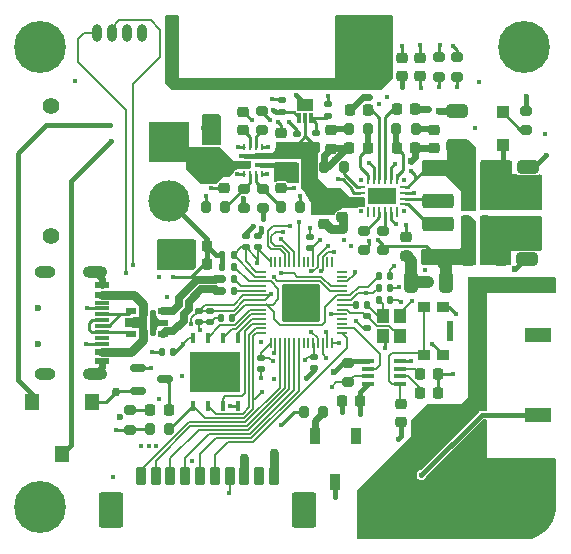
<source format=gbr>
%TF.GenerationSoftware,KiCad,Pcbnew,7.0.2*%
%TF.CreationDate,2023-10-17T14:13:15-04:00*%
%TF.ProjectId,BITSv5,42495453-7635-42e6-9b69-6361645f7063,rev?*%
%TF.SameCoordinates,Original*%
%TF.FileFunction,Copper,L1,Top*%
%TF.FilePolarity,Positive*%
%FSLAX46Y46*%
G04 Gerber Fmt 4.6, Leading zero omitted, Abs format (unit mm)*
G04 Created by KiCad (PCBNEW 7.0.2) date 2023-10-17 14:13:15*
%MOMM*%
%LPD*%
G01*
G04 APERTURE LIST*
G04 Aperture macros list*
%AMRoundRect*
0 Rectangle with rounded corners*
0 $1 Rounding radius*
0 $2 $3 $4 $5 $6 $7 $8 $9 X,Y pos of 4 corners*
0 Add a 4 corners polygon primitive as box body*
4,1,4,$2,$3,$4,$5,$6,$7,$8,$9,$2,$3,0*
0 Add four circle primitives for the rounded corners*
1,1,$1+$1,$2,$3*
1,1,$1+$1,$4,$5*
1,1,$1+$1,$6,$7*
1,1,$1+$1,$8,$9*
0 Add four rect primitives between the rounded corners*
20,1,$1+$1,$2,$3,$4,$5,0*
20,1,$1+$1,$4,$5,$6,$7,0*
20,1,$1+$1,$6,$7,$8,$9,0*
20,1,$1+$1,$8,$9,$2,$3,0*%
G04 Aperture macros list end*
%TA.AperFunction,SMDPad,CuDef*%
%ADD10R,0.972299X0.558000*%
%TD*%
%TA.AperFunction,SMDPad,CuDef*%
%ADD11R,0.979300X0.431800*%
%TD*%
%TA.AperFunction,SMDPad,CuDef*%
%ADD12RoundRect,0.135000X-0.185000X0.135000X-0.185000X-0.135000X0.185000X-0.135000X0.185000X0.135000X0*%
%TD*%
%TA.AperFunction,SMDPad,CuDef*%
%ADD13RoundRect,0.225000X-0.250000X0.225000X-0.250000X-0.225000X0.250000X-0.225000X0.250000X0.225000X0*%
%TD*%
%TA.AperFunction,SMDPad,CuDef*%
%ADD14RoundRect,0.135000X0.185000X-0.135000X0.185000X0.135000X-0.185000X0.135000X-0.185000X-0.135000X0*%
%TD*%
%TA.AperFunction,SMDPad,CuDef*%
%ADD15RoundRect,0.140000X0.140000X0.170000X-0.140000X0.170000X-0.140000X-0.170000X0.140000X-0.170000X0*%
%TD*%
%TA.AperFunction,SMDPad,CuDef*%
%ADD16R,1.193800X1.397000*%
%TD*%
%TA.AperFunction,SMDPad,CuDef*%
%ADD17RoundRect,0.225000X-0.225000X-0.250000X0.225000X-0.250000X0.225000X0.250000X-0.225000X0.250000X0*%
%TD*%
%TA.AperFunction,SMDPad,CuDef*%
%ADD18RoundRect,0.250000X1.075000X-0.375000X1.075000X0.375000X-1.075000X0.375000X-1.075000X-0.375000X0*%
%TD*%
%TA.AperFunction,SMDPad,CuDef*%
%ADD19RoundRect,0.050000X0.050000X-0.387500X0.050000X0.387500X-0.050000X0.387500X-0.050000X-0.387500X0*%
%TD*%
%TA.AperFunction,SMDPad,CuDef*%
%ADD20RoundRect,0.050000X0.387500X-0.050000X0.387500X0.050000X-0.387500X0.050000X-0.387500X-0.050000X0*%
%TD*%
%TA.AperFunction,ComponentPad*%
%ADD21C,0.600000*%
%TD*%
%TA.AperFunction,SMDPad,CuDef*%
%ADD22RoundRect,0.144000X1.456000X-1.456000X1.456000X1.456000X-1.456000X1.456000X-1.456000X-1.456000X0*%
%TD*%
%TA.AperFunction,SMDPad,CuDef*%
%ADD23RoundRect,0.200000X0.275000X-0.200000X0.275000X0.200000X-0.275000X0.200000X-0.275000X-0.200000X0*%
%TD*%
%TA.AperFunction,SMDPad,CuDef*%
%ADD24RoundRect,0.140000X0.170000X-0.140000X0.170000X0.140000X-0.170000X0.140000X-0.170000X-0.140000X0*%
%TD*%
%TA.AperFunction,ComponentPad*%
%ADD25C,4.400000*%
%TD*%
%TA.AperFunction,SMDPad,CuDef*%
%ADD26RoundRect,0.225000X0.250000X-0.225000X0.250000X0.225000X-0.250000X0.225000X-0.250000X-0.225000X0*%
%TD*%
%TA.AperFunction,SMDPad,CuDef*%
%ADD27R,1.150000X0.600000*%
%TD*%
%TA.AperFunction,SMDPad,CuDef*%
%ADD28R,1.150000X0.300000*%
%TD*%
%TA.AperFunction,ComponentPad*%
%ADD29O,2.100000X1.000000*%
%TD*%
%TA.AperFunction,ComponentPad*%
%ADD30O,1.800000X1.000000*%
%TD*%
%TA.AperFunction,SMDPad,CuDef*%
%ADD31RoundRect,0.200000X0.200000X0.275000X-0.200000X0.275000X-0.200000X-0.275000X0.200000X-0.275000X0*%
%TD*%
%TA.AperFunction,SMDPad,CuDef*%
%ADD32RoundRect,0.250000X-1.075000X0.375000X-1.075000X-0.375000X1.075000X-0.375000X1.075000X0.375000X0*%
%TD*%
%TA.AperFunction,SMDPad,CuDef*%
%ADD33RoundRect,0.250000X0.650000X-0.325000X0.650000X0.325000X-0.650000X0.325000X-0.650000X-0.325000X0*%
%TD*%
%TA.AperFunction,SMDPad,CuDef*%
%ADD34RoundRect,0.150000X-0.512500X-0.150000X0.512500X-0.150000X0.512500X0.150000X-0.512500X0.150000X0*%
%TD*%
%TA.AperFunction,SMDPad,CuDef*%
%ADD35R,0.200000X0.599999*%
%TD*%
%TA.AperFunction,SMDPad,CuDef*%
%ADD36R,1.050000X0.399999*%
%TD*%
%TA.AperFunction,SMDPad,CuDef*%
%ADD37RoundRect,0.140000X-0.170000X0.140000X-0.170000X-0.140000X0.170000X-0.140000X0.170000X0.140000X0*%
%TD*%
%TA.AperFunction,SMDPad,CuDef*%
%ADD38O,0.800000X1.500000*%
%TD*%
%TA.AperFunction,SMDPad,CuDef*%
%ADD39RoundRect,0.225000X0.225000X0.250000X-0.225000X0.250000X-0.225000X-0.250000X0.225000X-0.250000X0*%
%TD*%
%TA.AperFunction,SMDPad,CuDef*%
%ADD40RoundRect,0.200000X-0.200000X-0.600000X0.200000X-0.600000X0.200000X0.600000X-0.200000X0.600000X0*%
%TD*%
%TA.AperFunction,SMDPad,CuDef*%
%ADD41RoundRect,0.250001X-0.799999X-1.249999X0.799999X-1.249999X0.799999X1.249999X-0.799999X1.249999X0*%
%TD*%
%TA.AperFunction,SMDPad,CuDef*%
%ADD42R,1.000000X0.900000*%
%TD*%
%TA.AperFunction,SMDPad,CuDef*%
%ADD43R,0.550000X1.700000*%
%TD*%
%TA.AperFunction,SMDPad,CuDef*%
%ADD44R,0.811200X1.406398*%
%TD*%
%TA.AperFunction,SMDPad,CuDef*%
%ADD45RoundRect,0.250000X-0.650000X0.325000X-0.650000X-0.325000X0.650000X-0.325000X0.650000X0.325000X0*%
%TD*%
%TA.AperFunction,SMDPad,CuDef*%
%ADD46RoundRect,0.140000X-0.140000X-0.170000X0.140000X-0.170000X0.140000X0.170000X-0.140000X0.170000X0*%
%TD*%
%TA.AperFunction,SMDPad,CuDef*%
%ADD47R,1.000000X1.150000*%
%TD*%
%TA.AperFunction,SMDPad,CuDef*%
%ADD48RoundRect,0.200000X-0.200000X-0.275000X0.200000X-0.275000X0.200000X0.275000X-0.200000X0.275000X0*%
%TD*%
%TA.AperFunction,ComponentPad*%
%ADD49C,1.400000*%
%TD*%
%TA.AperFunction,ComponentPad*%
%ADD50R,3.500000X3.500000*%
%TD*%
%TA.AperFunction,ComponentPad*%
%ADD51C,3.500000*%
%TD*%
%TA.AperFunction,SMDPad,CuDef*%
%ADD52RoundRect,0.250000X0.375000X1.075000X-0.375000X1.075000X-0.375000X-1.075000X0.375000X-1.075000X0*%
%TD*%
%TA.AperFunction,SMDPad,CuDef*%
%ADD53R,0.300000X0.804800*%
%TD*%
%TA.AperFunction,SMDPad,CuDef*%
%ADD54R,1.400000X1.050000*%
%TD*%
%TA.AperFunction,SMDPad,CuDef*%
%ADD55RoundRect,0.250000X0.325000X0.650000X-0.325000X0.650000X-0.325000X-0.650000X0.325000X-0.650000X0*%
%TD*%
%TA.AperFunction,SMDPad,CuDef*%
%ADD56RoundRect,0.135000X-0.135000X-0.185000X0.135000X-0.185000X0.135000X0.185000X-0.135000X0.185000X0*%
%TD*%
%TA.AperFunction,SMDPad,CuDef*%
%ADD57R,0.229400X0.807999*%
%TD*%
%TA.AperFunction,SMDPad,CuDef*%
%ADD58R,0.807999X0.229400*%
%TD*%
%TA.AperFunction,SMDPad,CuDef*%
%ADD59R,2.387600X1.397000*%
%TD*%
%TA.AperFunction,SMDPad,CuDef*%
%ADD60R,0.381000X0.381000*%
%TD*%
%TA.AperFunction,SMDPad,CuDef*%
%ADD61RoundRect,0.218750X0.218750X0.256250X-0.218750X0.256250X-0.218750X-0.256250X0.218750X-0.256250X0*%
%TD*%
%TA.AperFunction,SMDPad,CuDef*%
%ADD62R,2.235200X1.168400*%
%TD*%
%TA.AperFunction,SMDPad,CuDef*%
%ADD63RoundRect,0.250000X-0.300000X0.300000X-0.300000X-0.300000X0.300000X-0.300000X0.300000X0.300000X0*%
%TD*%
%TA.AperFunction,SMDPad,CuDef*%
%ADD64RoundRect,0.200000X-0.275000X0.200000X-0.275000X-0.200000X0.275000X-0.200000X0.275000X0.200000X0*%
%TD*%
%TA.AperFunction,SMDPad,CuDef*%
%ADD65R,0.431800X0.965200*%
%TD*%
%TA.AperFunction,SMDPad,CuDef*%
%ADD66R,4.343400X3.454400*%
%TD*%
%TA.AperFunction,SMDPad,CuDef*%
%ADD67R,0.299999X0.449999*%
%TD*%
%TA.AperFunction,SMDPad,CuDef*%
%ADD68R,1.599999X1.000000*%
%TD*%
%TA.AperFunction,ViaPad*%
%ADD69C,0.450000*%
%TD*%
%TA.AperFunction,ViaPad*%
%ADD70C,0.750000*%
%TD*%
%TA.AperFunction,ViaPad*%
%ADD71C,0.600000*%
%TD*%
%TA.AperFunction,ViaPad*%
%ADD72C,1.000000*%
%TD*%
%TA.AperFunction,Conductor*%
%ADD73C,0.750000*%
%TD*%
%TA.AperFunction,Conductor*%
%ADD74C,0.250000*%
%TD*%
%TA.AperFunction,Conductor*%
%ADD75C,1.000000*%
%TD*%
%TA.AperFunction,Conductor*%
%ADD76C,0.200000*%
%TD*%
%TA.AperFunction,Conductor*%
%ADD77C,0.450000*%
%TD*%
%TA.AperFunction,Conductor*%
%ADD78C,0.800000*%
%TD*%
%TA.AperFunction,Conductor*%
%ADD79C,0.420000*%
%TD*%
%TA.AperFunction,Conductor*%
%ADD80C,0.600000*%
%TD*%
%TA.AperFunction,Conductor*%
%ADD81C,0.500000*%
%TD*%
%TA.AperFunction,Conductor*%
%ADD82C,0.650000*%
%TD*%
G04 APERTURE END LIST*
D10*
%TO.P,U10,1,1*%
%TO.N,/USB_D+*%
X118707551Y-69498103D03*
%TO.P,U10,2,2*%
%TO.N,GND*%
X118707551Y-68548102D03*
%TO.P,U10,3,3*%
%TO.N,/USB_D-*%
X118707551Y-67598101D03*
%TO.P,U10,4,4*%
%TO.N,Net-(J2-D--PadA7)*%
X115982649Y-67598101D03*
%TO.P,U10,5,5*%
%TO.N,VBUS*%
X115982649Y-68548102D03*
%TO.P,U10,6,6*%
%TO.N,Net-(J2-D+-PadA6)*%
X115982649Y-69498103D03*
%TD*%
D11*
%TO.P,U7,1,\u002AMR*%
%TO.N,Net-(U7-\u002AMR)*%
X138765948Y-73749999D03*
%TO.P,U7,2,SWT*%
%TO.N,Net-(U7-SWT)*%
X138765948Y-73100001D03*
%TO.P,U7,3,SRT*%
%TO.N,Net-(U7-SRT)*%
X138765948Y-72449999D03*
%TO.P,U7,4,GND*%
%TO.N,GND*%
X138765948Y-71800001D03*
%TO.P,U7,5,WDS*%
%TO.N,+3V3*%
X136034052Y-71800001D03*
%TO.P,U7,6,WDI*%
%TO.N,/WATCHDOG*%
X136034052Y-72449999D03*
%TO.P,U7,7,\u002ARESET*%
%TO.N,/RESET*%
X136034052Y-73100001D03*
%TO.P,U7,8,VCC*%
%TO.N,+3V3*%
X136034052Y-73749999D03*
%TD*%
D12*
%TO.P,R20,1*%
%TO.N,VCC*%
X128775000Y-49735000D03*
%TO.P,R20,2*%
%TO.N,Net-(SW3-C)*%
X128775000Y-50755000D03*
%TD*%
D13*
%TO.P,C35,2*%
%TO.N,GND*%
X128705000Y-57160000D03*
%TO.P,C35,1*%
%TO.N,VBUS*%
X128705000Y-55610000D03*
%TD*%
D14*
%TO.P,R18,1*%
%TO.N,VCC*%
X131595000Y-53555000D03*
%TO.P,R18,2*%
%TO.N,Net-(U8-IN+)*%
X131595000Y-52535000D03*
%TD*%
D15*
%TO.P,C1,1*%
%TO.N,+1V1*%
X124670000Y-63825600D03*
%TO.P,C1,2*%
%TO.N,GND*%
X123710000Y-63825600D03*
%TD*%
D13*
%TO.P,C25,1*%
%TO.N,Net-(U5-VCC)*%
X139253000Y-61331899D03*
%TO.P,C25,2*%
%TO.N,GND*%
X139253000Y-62881899D03*
%TD*%
D16*
%TO.P,SW3,1,A*%
%TO.N,GND*%
X112700100Y-75255001D03*
%TO.P,SW3,2,B*%
%TO.N,/LVC_CUTOFF*%
X110160100Y-79655000D03*
%TO.P,SW3,3,C*%
%TO.N,Net-(SW3-C)*%
X107620100Y-75255001D03*
%TD*%
D17*
%TO.P,C42,1*%
%TO.N,Net-(U7-SWT)*%
X140425000Y-74525000D03*
%TO.P,C42,2*%
%TO.N,GND*%
X141975000Y-74525000D03*
%TD*%
D18*
%TO.P,L1,1*%
%TO.N,Net-(U5-FB1)*%
X141943000Y-63036899D03*
%TO.P,L1,2*%
%TO.N,Net-(U5-SW1)*%
X141943000Y-60236899D03*
%TD*%
D19*
%TO.P,U1,1,IOVDD*%
%TO.N,+3V3*%
X127780000Y-70285600D03*
%TO.P,U1,2,GPIO0*%
%TO.N,/LED*%
X128180000Y-70285600D03*
%TO.P,U1,3,GPIO1*%
%TO.N,/IRIDIUM_RXD*%
X128580000Y-70285600D03*
%TO.P,U1,4,GPIO2*%
%TO.N,/IRIDIUM_CTS*%
X128980000Y-70285600D03*
%TO.P,U1,5,GPIO3*%
%TO.N,/IRIDIUM_RTS*%
X129380000Y-70285600D03*
%TO.P,U1,6,GPIO4*%
%TO.N,/IRIDIUM_NETAV*%
X129780000Y-70285600D03*
%TO.P,U1,7,GPIO5*%
%TO.N,/IRIDIUM_RING*%
X130180000Y-70285600D03*
%TO.P,U1,8,GPIO6*%
%TO.N,unconnected-(U1-GPIO6-Pad8)*%
X130580000Y-70285600D03*
%TO.P,U1,9,GPIO7*%
%TO.N,unconnected-(U1-GPIO7-Pad9)*%
X130980000Y-70285600D03*
%TO.P,U1,10,IOVDD*%
%TO.N,+3V3*%
X131380000Y-70285600D03*
%TO.P,U1,11,GPIO8*%
%TO.N,/DRF_TXEN*%
X131780000Y-70285600D03*
%TO.P,U1,12,GPIO9*%
%TO.N,/DRF_SW*%
X132180000Y-70285600D03*
%TO.P,U1,13,GPIO10*%
%TO.N,/DRF_DIO1*%
X132580000Y-70285600D03*
%TO.P,U1,14,GPIO11*%
%TO.N,/DRF_BUSY*%
X132980000Y-70285600D03*
D20*
%TO.P,U1,15,GPIO12*%
%TO.N,/IRIDIUM_TXD*%
X133817500Y-69448100D03*
%TO.P,U1,16,GPIO13*%
%TO.N,/WATCHDOG*%
X133817500Y-69048100D03*
%TO.P,U1,17,GPIO14*%
%TO.N,unconnected-(U1-GPIO14-Pad17)*%
X133817500Y-68648100D03*
%TO.P,U1,18,GPIO15*%
%TO.N,unconnected-(U1-GPIO15-Pad18)*%
X133817500Y-68248100D03*
%TO.P,U1,19,TESTEN*%
%TO.N,GND*%
X133817500Y-67848100D03*
%TO.P,U1,20,XIN*%
%TO.N,Net-(U1-XIN)*%
X133817500Y-67448100D03*
%TO.P,U1,21,XOUT*%
%TO.N,Net-(U1-XOUT)*%
X133817500Y-67048100D03*
%TO.P,U1,22,IOVDD*%
%TO.N,+3V3*%
X133817500Y-66648100D03*
%TO.P,U1,23,DVDD*%
%TO.N,+1V1*%
X133817500Y-66248100D03*
%TO.P,U1,24,SWCLK*%
%TO.N,/RP_SWCLK*%
X133817500Y-65848100D03*
%TO.P,U1,25,SWD*%
%TO.N,/RP_SWD*%
X133817500Y-65448100D03*
%TO.P,U1,26,RUN*%
%TO.N,/RESET*%
X133817500Y-65048100D03*
%TO.P,U1,27,GPIO16*%
%TO.N,unconnected-(U1-GPIO16-Pad27)*%
X133817500Y-64648100D03*
%TO.P,U1,28,GPIO17*%
%TO.N,unconnected-(U1-GPIO17-Pad28)*%
X133817500Y-64248100D03*
D19*
%TO.P,U1,29,GPIO18*%
%TO.N,unconnected-(U1-GPIO18-Pad29)*%
X132980000Y-63410600D03*
%TO.P,U1,30,GPIO19*%
%TO.N,unconnected-(U1-GPIO19-Pad30)*%
X132580000Y-63410600D03*
%TO.P,U1,31,GPIO20*%
%TO.N,/SDA*%
X132180000Y-63410600D03*
%TO.P,U1,32,GPIO21*%
%TO.N,/SCL*%
X131780000Y-63410600D03*
%TO.P,U1,33,IOVDD*%
%TO.N,+3V3*%
X131380000Y-63410600D03*
%TO.P,U1,34,GPIO22*%
%TO.N,unconnected-(U1-GPIO22-Pad34)*%
X130980000Y-63410600D03*
%TO.P,U1,35,GPIO23*%
%TO.N,unconnected-(U1-GPIO23-Pad35)*%
X130580000Y-63410600D03*
%TO.P,U1,36,GPIO24*%
%TO.N,/DRF_MISO*%
X130180000Y-63410600D03*
%TO.P,U1,37,GPIO25*%
%TO.N,/DRF_CS*%
X129780000Y-63410600D03*
%TO.P,U1,38,GPIO26_ADC0*%
%TO.N,/DRF_CLK*%
X129380000Y-63410600D03*
%TO.P,U1,39,GPIO27_ADC1*%
%TO.N,/DRF_MOSI*%
X128980000Y-63410600D03*
%TO.P,U1,40,GPIO28_ADC2*%
%TO.N,unconnected-(U1-GPIO28_ADC2-Pad40)*%
X128580000Y-63410600D03*
%TO.P,U1,41,GPIO29_ADC3*%
%TO.N,unconnected-(U1-GPIO29_ADC3-Pad41)*%
X128180000Y-63410600D03*
%TO.P,U1,42,IOVDD*%
%TO.N,+3V3*%
X127780000Y-63410600D03*
D20*
%TO.P,U1,43,ADC_AVDD*%
X126942500Y-64248100D03*
%TO.P,U1,44,VREG_IN*%
X126942500Y-64648100D03*
%TO.P,U1,45,VREG_VOUT*%
%TO.N,+1V1*%
X126942500Y-65048100D03*
%TO.P,U1,46,USB_DM*%
%TO.N,Net-(U1-USB_DM)*%
X126942500Y-65448100D03*
%TO.P,U1,47,USB_DP*%
%TO.N,Net-(U1-USB_DP)*%
X126942500Y-65848100D03*
%TO.P,U1,48,USB_VDD*%
%TO.N,+3V3*%
X126942500Y-66248100D03*
%TO.P,U1,49,IOVDD*%
X126942500Y-66648100D03*
%TO.P,U1,50,DVDD*%
%TO.N,+1V1*%
X126942500Y-67048100D03*
%TO.P,U1,51,QSPI_SD3*%
%TO.N,/QSPI_SD3*%
X126942500Y-67448100D03*
%TO.P,U1,52,QSPI_SCLK*%
%TO.N,/QSPI_SCLK*%
X126942500Y-67848100D03*
%TO.P,U1,53,QSPI_SD0*%
%TO.N,/QSPI_SD0*%
X126942500Y-68248100D03*
%TO.P,U1,54,QSPI_SD2*%
%TO.N,/QSPI_SD2*%
X126942500Y-68648100D03*
%TO.P,U1,55,QSPI_SD1*%
%TO.N,/QSPI_SD1*%
X126942500Y-69048100D03*
%TO.P,U1,56,QSPI_SS*%
%TO.N,/QSPI_SS*%
X126942500Y-69448100D03*
D21*
%TO.P,U1,57,GND*%
%TO.N,GND*%
X129105000Y-68123100D03*
X130380000Y-68123100D03*
X131655000Y-68123100D03*
X129105000Y-66848100D03*
X130380000Y-66848100D03*
D22*
X130380000Y-66848100D03*
D21*
X131655000Y-66848100D03*
X129105000Y-65573100D03*
X130380000Y-65573100D03*
X131655000Y-65573100D03*
%TD*%
D23*
%TO.P,R24,1*%
%TO.N,+3V3*%
X143575000Y-47725000D03*
%TO.P,R24,2*%
%TO.N,/SCL*%
X143575000Y-46075000D03*
%TD*%
D14*
%TO.P,R19,1*%
%TO.N,Net-(U8-IN+)*%
X132655000Y-51045000D03*
%TO.P,R19,2*%
%TO.N,GND*%
X132655000Y-50025000D03*
%TD*%
D24*
%TO.P,C37,1*%
%TO.N,VCC*%
X129995000Y-53515000D03*
%TO.P,C37,2*%
%TO.N,GND*%
X129995000Y-52555000D03*
%TD*%
D15*
%TO.P,R5,1*%
%TO.N,Net-(C14-Pad1)*%
X135980000Y-67065600D03*
%TO.P,R5,2*%
%TO.N,Net-(U1-XOUT)*%
X135020000Y-67065600D03*
%TD*%
D25*
%TO.P,H2,1*%
%TO.N,N/C*%
X108225000Y-84200000D03*
%TD*%
D17*
%TO.P,C43,1*%
%TO.N,Net-(U7-SRT)*%
X140450000Y-72900000D03*
%TO.P,C43,2*%
%TO.N,GND*%
X142000000Y-72900000D03*
%TD*%
D26*
%TO.P,C36,2*%
%TO.N,GND*%
X128705000Y-52510000D03*
%TO.P,C36,1*%
%TO.N,VCC*%
X128705000Y-54060000D03*
%TD*%
D23*
%TO.P,R17,2*%
%TO.N,GND*%
X127055000Y-50635000D03*
%TO.P,R17,1*%
%TO.N,Net-(U6-ILM)*%
X127055000Y-52285000D03*
%TD*%
D13*
%TO.P,C21,1*%
%TO.N,Net-(C21-Pad1)*%
X132893000Y-52261899D03*
%TO.P,C21,2*%
%TO.N,GND*%
X132893000Y-53811899D03*
%TD*%
D23*
%TO.P,R33,1*%
%TO.N,Net-(U5-BIAS)*%
X135683000Y-62426899D03*
%TO.P,R33,2*%
%TO.N,Net-(U5-PG2)*%
X135683000Y-60776899D03*
%TD*%
D27*
%TO.P,J2,A1,GND*%
%TO.N,GND*%
X113475100Y-65398102D03*
%TO.P,J2,A4,VBUS*%
%TO.N,VBUS*%
X113475100Y-66198102D03*
D28*
%TO.P,J2,A5,CC1*%
%TO.N,Net-(J2-CC1)*%
X113475100Y-67348102D03*
%TO.P,J2,A6,D+*%
%TO.N,Net-(J2-D+-PadA6)*%
X113475100Y-68348102D03*
%TO.P,J2,A7,D-*%
%TO.N,Net-(J2-D--PadA7)*%
X113475100Y-68848102D03*
%TO.P,J2,A8,SBU1*%
%TO.N,unconnected-(J2-SBU1-PadA8)*%
X113475100Y-69848102D03*
D27*
%TO.P,J2,A9,VBUS*%
%TO.N,VBUS*%
X113475100Y-70998102D03*
%TO.P,J2,A12,GND*%
%TO.N,GND*%
X113475100Y-71798102D03*
%TO.P,J2,B1,GND*%
X113475100Y-71798102D03*
%TO.P,J2,B4,VBUS*%
%TO.N,VBUS*%
X113475100Y-70998102D03*
D28*
%TO.P,J2,B5,CC2*%
%TO.N,Net-(J2-CC2)*%
X113475100Y-70348102D03*
%TO.P,J2,B6,D+*%
%TO.N,Net-(J2-D+-PadA6)*%
X113475100Y-69348102D03*
%TO.P,J2,B7,D-*%
%TO.N,Net-(J2-D--PadA7)*%
X113475100Y-67848102D03*
%TO.P,J2,B8,SBU2*%
%TO.N,unconnected-(J2-SBU2-PadB8)*%
X113475100Y-66848102D03*
D27*
%TO.P,J2,B9,VBUS*%
%TO.N,VBUS*%
X113475100Y-66198102D03*
%TO.P,J2,B12,GND*%
%TO.N,GND*%
X113475100Y-65398102D03*
D29*
%TO.P,J2,S1,SHIELD*%
X112900100Y-64278102D03*
D30*
X108720100Y-64278102D03*
D29*
X112900100Y-72918102D03*
D30*
X108720100Y-72918102D03*
%TD*%
D31*
%TO.P,R34,2*%
%TO.N,GND*%
X132348000Y-55406899D03*
%TO.P,R34,1*%
%TO.N,Net-(U5-RT)*%
X133998000Y-55406899D03*
%TD*%
D32*
%TO.P,L2,1*%
%TO.N,Net-(U5-BIAS)*%
X141933000Y-55476899D03*
%TO.P,L2,2*%
%TO.N,Net-(U5-SW2)*%
X141933000Y-58276899D03*
%TD*%
D24*
%TO.P,C9,1*%
%TO.N,+3V3*%
X131130000Y-62235600D03*
%TO.P,C9,2*%
%TO.N,GND*%
X131130000Y-61275600D03*
%TD*%
D33*
%TO.P,C20,1*%
%TO.N,Net-(U5-BIAS)*%
X143573000Y-53606899D03*
%TO.P,C20,2*%
%TO.N,GND*%
X143573000Y-50656899D03*
%TD*%
D34*
%TO.P,Q1,1,G*%
%TO.N,/LED*%
X116570000Y-72400000D03*
%TO.P,Q1,2,S*%
%TO.N,GND*%
X116570000Y-74300000D03*
%TO.P,Q1,3,D*%
%TO.N,Net-(D1-K)*%
X118845000Y-73350000D03*
%TD*%
D33*
%TO.P,C28,1*%
%TO.N,+3V3*%
X149575000Y-58325000D03*
%TO.P,C28,2*%
%TO.N,GND*%
X149575000Y-55375000D03*
%TD*%
D26*
%TO.P,C39,1*%
%TO.N,+3V3*%
X140475000Y-47675000D03*
%TO.P,C39,2*%
%TO.N,GND*%
X140475000Y-46125000D03*
%TD*%
D35*
%TO.P,U6,12,GND*%
%TO.N,GND*%
X125529999Y-53660002D03*
%TO.P,U6,11,SS*%
%TO.N,Net-(U6-SS)*%
X126030000Y-53660002D03*
%TO.P,U6,10,ILM*%
%TO.N,Net-(U6-ILM)*%
X126530000Y-53660002D03*
%TO.P,U6,9,ST*%
%TO.N,GND*%
X127030001Y-53660002D03*
D36*
%TO.P,U6,8,OUT*%
%TO.N,VCC*%
X126955000Y-54485002D03*
%TO.P,U6,7,IN1*%
%TO.N,VBUS*%
X126955000Y-55185001D03*
D35*
%TO.P,U6,6,PR1*%
%TO.N,GND*%
X127030001Y-55960000D03*
%TO.P,U6,5,OV1*%
%TO.N,Net-(U6-OV1)*%
X126530000Y-55960000D03*
%TO.P,U6,4,OV2*%
%TO.N,Net-(U6-OV2)*%
X126030000Y-55960000D03*
%TO.P,U6,3,CP2*%
%TO.N,GND*%
X125529999Y-55960000D03*
D36*
%TO.P,U6,2,IN2*%
%TO.N,+BATT*%
X125605000Y-55185001D03*
%TO.P,U6,1,OUT*%
%TO.N,VCC*%
X125605000Y-54485002D03*
%TD*%
D37*
%TO.P,C13,1*%
%TO.N,Net-(U1-XIN)*%
X135970000Y-68025600D03*
%TO.P,C13,2*%
%TO.N,GND*%
X135970000Y-68985600D03*
%TD*%
D38*
%TO.P,J3,1,Pin_1*%
%TO.N,/RP_SWCLK*%
X113060000Y-44060000D03*
%TO.P,J3,2,Pin_2*%
%TO.N,/RP_SWD*%
X114330000Y-44060000D03*
%TO.P,J3,3,Pin_3*%
%TO.N,unconnected-(J3-Pin_3-Pad3)*%
X115600000Y-44060000D03*
%TO.P,J3,4,Pin_4*%
%TO.N,unconnected-(J3-Pin_4-Pad4)*%
X116870000Y-44060000D03*
%TD*%
D26*
%TO.P,C33,2*%
%TO.N,GND*%
X125430000Y-50685000D03*
%TO.P,C33,1*%
%TO.N,Net-(U6-SS)*%
X125430000Y-52235000D03*
%TD*%
D39*
%TO.P,C23,1*%
%TO.N,Net-(U5-VC2)*%
X136003000Y-53796899D03*
%TO.P,C23,2*%
%TO.N,GND*%
X134453000Y-53796899D03*
%TD*%
D40*
%TO.P,J1,1,Pin_1*%
%TO.N,/IRIDIUM_RXD*%
X116805000Y-81505000D03*
%TO.P,J1,2,Pin_2*%
%TO.N,/IRIDIUM_CTS*%
X118055000Y-81505000D03*
%TO.P,J1,3,Pin_3*%
%TO.N,/IRIDIUM_RTS*%
X119305000Y-81505000D03*
%TO.P,J1,4,Pin_4*%
%TO.N,/IRIDIUM_NETAV*%
X120555000Y-81505000D03*
%TO.P,J1,5,Pin_5*%
%TO.N,/IRIDIUM_RING*%
X121805000Y-81505000D03*
%TO.P,J1,6,Pin_6*%
%TO.N,/IRIDIUM_TXD*%
X123055000Y-81505000D03*
%TO.P,J1,7,Pin_7*%
%TO.N,/RESET*%
X124305000Y-81505000D03*
%TO.P,J1,8,Pin_8*%
%TO.N,+5V*%
X125555000Y-81505000D03*
%TO.P,J1,9,Pin_9*%
%TO.N,unconnected-(J1-Pin_9-Pad9)*%
X126805000Y-81505000D03*
%TO.P,J1,10,Pin_10*%
%TO.N,GND*%
X128055000Y-81505000D03*
D41*
%TO.P,J1,MP*%
%TO.N,N/C*%
X114255000Y-84405000D03*
X130605000Y-84405000D03*
%TD*%
D23*
%TO.P,R14,1*%
%TO.N,Net-(D2-K)*%
X149450000Y-52250000D03*
%TO.P,R14,2*%
%TO.N,Net-(BT2-+)*%
X149450000Y-50600000D03*
%TD*%
D37*
%TO.P,C10,1*%
%TO.N,+3V3*%
X131420000Y-71465600D03*
%TO.P,C10,2*%
%TO.N,GND*%
X131420000Y-72425600D03*
%TD*%
D23*
%TO.P,R22,2*%
%TO.N,Net-(U6-OV2)*%
X125505000Y-57210000D03*
%TO.P,R22,1*%
%TO.N,+BATT*%
X125505000Y-58860000D03*
%TD*%
D17*
%TO.P,C26,1*%
%TO.N,+5V*%
X120875000Y-63575000D03*
%TO.P,C26,2*%
%TO.N,GND*%
X122425000Y-63575000D03*
%TD*%
D31*
%TO.P,R10,1*%
%TO.N,+3V3*%
X145950000Y-58500000D03*
%TO.P,R10,2*%
%TO.N,Net-(U5-BIAS)*%
X144300000Y-58500000D03*
%TD*%
D42*
%TO.P,SW1,1,1*%
%TO.N,GND*%
X142350000Y-67225000D03*
X142350000Y-71325000D03*
%TO.P,SW1,2,2*%
%TO.N,Net-(U7-\u002AMR)*%
X140750000Y-67225000D03*
X140750000Y-71325000D03*
D43*
%TO.P,SW1,SH*%
%TO.N,N/C*%
X142975000Y-69275000D03*
%TD*%
D37*
%TO.P,C6,1*%
%TO.N,+3V3*%
X122675000Y-67545000D03*
%TO.P,C6,2*%
%TO.N,GND*%
X122675000Y-68505000D03*
%TD*%
D44*
%TO.P,SW2,1,A*%
%TO.N,unconnected-(SW2-A-Pad1)*%
X135025002Y-78182700D03*
%TO.P,SW2,2,B*%
%TO.N,Net-(SW2-B)*%
X131524998Y-78182700D03*
%TO.P,SW2,3,C*%
%TO.N,GND*%
X133275000Y-82067300D03*
%TD*%
D31*
%TO.P,R23,2*%
%TO.N,GND*%
X122305000Y-58785000D03*
%TO.P,R23,1*%
%TO.N,Net-(U6-OV2)*%
X123955000Y-58785000D03*
%TD*%
D45*
%TO.P,C38,1*%
%TO.N,+5V*%
X149525000Y-60225000D03*
%TO.P,C38,2*%
%TO.N,GND*%
X149525000Y-63175000D03*
%TD*%
D23*
%TO.P,R15,2*%
%TO.N,Net-(U6-OV1)*%
X127105000Y-57210000D03*
%TO.P,R15,1*%
%TO.N,VBUS*%
X127105000Y-58860000D03*
%TD*%
D46*
%TO.P,C3,1*%
%TO.N,+1V1*%
X136950000Y-64615600D03*
%TO.P,C3,2*%
%TO.N,GND*%
X137910000Y-64615600D03*
%TD*%
D37*
%TO.P,C12,1*%
%TO.N,+3V3*%
X121725000Y-67535600D03*
%TO.P,C12,2*%
%TO.N,GND*%
X121725000Y-68495600D03*
%TD*%
D47*
%TO.P,Y1,1,1*%
%TO.N,Net-(C14-Pad1)*%
X137320000Y-67955600D03*
%TO.P,Y1,2,2*%
%TO.N,GND*%
X137320000Y-69705600D03*
%TO.P,Y1,3,3*%
%TO.N,Net-(U1-XIN)*%
X138720000Y-69705600D03*
%TO.P,Y1,4,4*%
%TO.N,GND*%
X138720000Y-67955600D03*
%TD*%
D48*
%TO.P,R32,1*%
%TO.N,Net-(C21-Pad1)*%
X134403000Y-52196899D03*
%TO.P,R32,2*%
%TO.N,Net-(U5-VC2)*%
X136053000Y-52196899D03*
%TD*%
D13*
%TO.P,C15,1*%
%TO.N,VCC*%
X132340000Y-58640000D03*
%TO.P,C15,2*%
%TO.N,GND*%
X132340000Y-60190000D03*
%TD*%
D17*
%TO.P,C17,1*%
%TO.N,Net-(U5-VC1)*%
X138458000Y-53746899D03*
%TO.P,C17,2*%
%TO.N,GND*%
X140008000Y-53746899D03*
%TD*%
%TO.P,C19,1*%
%TO.N,Net-(U5-SS1)*%
X138488000Y-50496899D03*
%TO.P,C19,2*%
%TO.N,GND*%
X140038000Y-50496899D03*
%TD*%
D46*
%TO.P,C11,1*%
%TO.N,+3V3*%
X136950000Y-65595600D03*
%TO.P,C11,2*%
%TO.N,GND*%
X137910000Y-65595600D03*
%TD*%
D49*
%TO.P,BT1,*%
%TO.N,*%
X109205100Y-61223102D03*
X109205100Y-50223102D03*
D50*
%TO.P,BT1,1,+*%
%TO.N,+BATT*%
X119205100Y-53223102D03*
D51*
%TO.P,BT1,2,-*%
%TO.N,GND*%
X119205100Y-58223102D03*
%TD*%
D52*
%TO.P,L4,1*%
%TO.N,+5V*%
X147325000Y-62375000D03*
%TO.P,L4,2*%
%TO.N,Net-(U5-FB1)*%
X144525000Y-62375000D03*
%TD*%
D23*
%TO.P,R29,1*%
%TO.N,Net-(U5-FB1)*%
X137333000Y-62411899D03*
%TO.P,R29,2*%
%TO.N,Net-(U5-PG1)*%
X137333000Y-60761899D03*
%TD*%
D53*
%TO.P,U8,1,OUT*%
%TO.N,Net-(SW3-C)*%
X130225001Y-51242401D03*
%TO.P,U8,2,V+*%
%TO.N,VCC*%
X130725000Y-51242401D03*
%TO.P,U8,3,IN+*%
%TO.N,Net-(U8-IN+)*%
X131224999Y-51242401D03*
D54*
%TO.P,U8,4,V-*%
%TO.N,GND*%
X130725000Y-50115000D03*
%TD*%
D55*
%TO.P,C16,1*%
%TO.N,Net-(U5-FB1)*%
X142648000Y-65151899D03*
%TO.P,C16,2*%
%TO.N,GND*%
X139698000Y-65151899D03*
%TD*%
D15*
%TO.P,C2,1*%
%TO.N,+3V3*%
X124670000Y-62815600D03*
%TO.P,C2,2*%
%TO.N,GND*%
X123710000Y-62815600D03*
%TD*%
D56*
%TO.P,R2,1*%
%TO.N,/USB_D+*%
X123680000Y-65835600D03*
%TO.P,R2,2*%
%TO.N,Net-(U1-USB_DP)*%
X124700000Y-65835600D03*
%TD*%
D48*
%TO.P,R16,2*%
%TO.N,GND*%
X130280000Y-58760000D03*
%TO.P,R16,1*%
%TO.N,Net-(U6-OV1)*%
X128630000Y-58760000D03*
%TD*%
D46*
%TO.P,C14,1*%
%TO.N,Net-(C14-Pad1)*%
X136950000Y-66595600D03*
%TO.P,C14,2*%
%TO.N,GND*%
X137910000Y-66595600D03*
%TD*%
D57*
%TO.P,U5,1,D0*%
%TO.N,unconnected-(U5-D0-Pad1)*%
X135998400Y-59191500D03*
%TO.P,U5,2,D1*%
%TO.N,unconnected-(U5-D1-Pad2)*%
X136498399Y-59191500D03*
%TO.P,U5,3,PG2*%
%TO.N,Net-(U5-PG2)*%
X136998400Y-59191500D03*
%TO.P,U5,4,PG1*%
%TO.N,Net-(U5-PG1)*%
X137498400Y-59191500D03*
%TO.P,U5,5,SYNC*%
%TO.N,VCC*%
X137998401Y-59191500D03*
%TO.P,U5,6,CLKOUT*%
%TO.N,unconnected-(U5-CLKOUT-Pad6)*%
X138498400Y-59191500D03*
D58*
%TO.P,U5,7,SW1*%
%TO.N,Net-(U5-SW1)*%
X139138300Y-58546901D03*
%TO.P,U5,8,SW2*%
%TO.N,Net-(U5-SW2)*%
X139138300Y-58046900D03*
%TO.P,U5,9,VCC*%
%TO.N,Net-(U5-VCC)*%
X139138300Y-57546900D03*
%TO.P,U5,10,BIAS*%
%TO.N,Net-(U5-BIAS)*%
X139138300Y-57046899D03*
D57*
%TO.P,U5,11,VC1*%
%TO.N,Net-(U5-VC1)*%
X138498400Y-56402300D03*
%TO.P,U5,12,FB1*%
%TO.N,Net-(U5-FB1)*%
X137998401Y-56402300D03*
%TO.P,U5,13,SS1*%
%TO.N,Net-(U5-SS1)*%
X137498400Y-56402300D03*
%TO.P,U5,14,SS2*%
%TO.N,Net-(U5-SS2)*%
X136998400Y-56402300D03*
%TO.P,U5,15,FB2*%
%TO.N,Net-(U5-BIAS)*%
X136498399Y-56402300D03*
%TO.P,U5,16,VC2*%
%TO.N,Net-(U5-VC2)*%
X135998400Y-56402300D03*
D58*
%TO.P,U5,17,RT*%
%TO.N,Net-(U5-RT)*%
X135358500Y-57046899D03*
%TO.P,U5,18,EN/UV*%
%TO.N,/LVC_CUTOFF*%
X135358500Y-57546900D03*
%TO.P,U5,19,VIN*%
%TO.N,VCC*%
X135358500Y-58046900D03*
%TO.P,U5,20,VIN*%
X135358500Y-58546901D03*
D59*
%TO.P,U5,21,GND*%
%TO.N,GND*%
X137248400Y-57796900D03*
D60*
%TO.P,U5,22*%
%TO.N,N/C*%
X135445000Y-59105000D03*
%TO.P,U5,23*%
X139051800Y-59105000D03*
%TO.P,U5,24*%
X139051800Y-56488800D03*
%TO.P,U5,25*%
X135445000Y-56488800D03*
%TD*%
D13*
%TO.P,C30,1*%
%TO.N,Net-(U7-\u002AMR)*%
X138850000Y-75425000D03*
%TO.P,C30,2*%
%TO.N,GND*%
X138850000Y-76975000D03*
%TD*%
D31*
%TO.P,R4,1*%
%TO.N,Net-(SW2-B)*%
X132250000Y-76125000D03*
%TO.P,R4,2*%
%TO.N,/QSPI_SS*%
X130600000Y-76125000D03*
%TD*%
D39*
%TO.P,C41,1*%
%TO.N,+3V3*%
X135350000Y-75150000D03*
%TO.P,C41,2*%
%TO.N,GND*%
X133800000Y-75150000D03*
%TD*%
D37*
%TO.P,C5,1*%
%TO.N,+3V3*%
X126980000Y-71515600D03*
%TO.P,C5,2*%
%TO.N,GND*%
X126980000Y-72475600D03*
%TD*%
D23*
%TO.P,R21,1*%
%TO.N,+3V3*%
X142025000Y-47725000D03*
%TO.P,R21,2*%
%TO.N,/SDA*%
X142025000Y-46075000D03*
%TD*%
%TO.P,R12,1*%
%TO.N,+3V3*%
X115917500Y-77615000D03*
%TO.P,R12,2*%
%TO.N,Net-(D1-A)*%
X115917500Y-75965000D03*
%TD*%
D31*
%TO.P,R27,1*%
%TO.N,Net-(C18-Pad1)*%
X140068000Y-52136899D03*
%TO.P,R27,2*%
%TO.N,Net-(U5-VC1)*%
X138418000Y-52136899D03*
%TD*%
D15*
%TO.P,C4,1*%
%TO.N,+1V1*%
X124530000Y-68125600D03*
%TO.P,C4,2*%
%TO.N,GND*%
X123570000Y-68125600D03*
%TD*%
D56*
%TO.P,R1,1*%
%TO.N,/USB_D-*%
X123680000Y-64835600D03*
%TO.P,R1,2*%
%TO.N,Net-(U1-USB_DM)*%
X124700000Y-64835600D03*
%TD*%
D24*
%TO.P,C32,1*%
%TO.N,+3V3*%
X126690000Y-62175600D03*
%TO.P,C32,2*%
%TO.N,GND*%
X126690000Y-61215600D03*
%TD*%
D61*
%TO.P,D1,1,K*%
%TO.N,Net-(D1-K)*%
X119155000Y-75950000D03*
%TO.P,D1,2,A*%
%TO.N,Net-(D1-A)*%
X117580000Y-75950000D03*
%TD*%
D13*
%TO.P,C34,2*%
%TO.N,GND*%
X123880000Y-57185000D03*
%TO.P,C34,1*%
%TO.N,+BATT*%
X123880000Y-55635000D03*
%TD*%
D31*
%TO.P,R13,1*%
%TO.N,+5V*%
X145950000Y-59975000D03*
%TO.P,R13,2*%
%TO.N,Net-(U5-FB1)*%
X144300000Y-59975000D03*
%TD*%
D26*
%TO.P,C40,1*%
%TO.N,Net-(BT2-+)*%
X138925000Y-47675000D03*
%TO.P,C40,2*%
%TO.N,GND*%
X138925000Y-46125000D03*
%TD*%
D17*
%TO.P,C27,1*%
%TO.N,+5V*%
X120875000Y-62050000D03*
%TO.P,C27,2*%
%TO.N,GND*%
X122425000Y-62050000D03*
%TD*%
D39*
%TO.P,C24,1*%
%TO.N,Net-(U5-SS2)*%
X136018000Y-50566899D03*
%TO.P,C24,2*%
%TO.N,GND*%
X134468000Y-50566899D03*
%TD*%
D15*
%TO.P,C7,1*%
%TO.N,+3V3*%
X119515000Y-71035000D03*
%TO.P,C7,2*%
%TO.N,GND*%
X118555000Y-71035000D03*
%TD*%
D25*
%TO.P,H3,1,1*%
%TO.N,GND*%
X149225000Y-84200000D03*
%TD*%
%TO.P,H1,1*%
%TO.N,N/C*%
X108225000Y-45200000D03*
%TD*%
D62*
%TO.P,AE2,1,A*%
%TO.N,Net-(AE2-A)*%
X150425000Y-76353200D03*
%TO.P,AE2,2*%
%TO.N,N/C*%
X150425000Y-69596800D03*
%TD*%
D52*
%TO.P,L3,1*%
%TO.N,+3V3*%
X147375000Y-56125000D03*
%TO.P,L3,2*%
%TO.N,Net-(U5-BIAS)*%
X144575000Y-56125000D03*
%TD*%
D63*
%TO.P,D2,1,K*%
%TO.N,Net-(D2-K)*%
X147425000Y-50750000D03*
%TO.P,D2,2,A*%
%TO.N,+3V3*%
X147425000Y-53550000D03*
%TD*%
D13*
%TO.P,C18,1*%
%TO.N,Net-(C18-Pad1)*%
X141603000Y-52201899D03*
%TO.P,C18,2*%
%TO.N,GND*%
X141603000Y-53751899D03*
%TD*%
D64*
%TO.P,R11,1*%
%TO.N,+3V3*%
X134350000Y-71950000D03*
%TO.P,R11,2*%
%TO.N,/RESET*%
X134350000Y-73600000D03*
%TD*%
D25*
%TO.P,H4,1*%
%TO.N,N/C*%
X149225000Y-45200000D03*
%TD*%
D24*
%TO.P,C8,1*%
%TO.N,+3V3*%
X125660000Y-62175600D03*
%TO.P,C8,2*%
%TO.N,GND*%
X125660000Y-61215600D03*
%TD*%
D13*
%TO.P,C22,1*%
%TO.N,VCC*%
X133870000Y-58080000D03*
%TO.P,C22,2*%
%TO.N,GND*%
X133870000Y-59630000D03*
%TD*%
D31*
%TO.P,R3,1*%
%TO.N,/QSPI_SS*%
X119182500Y-77590000D03*
%TO.P,R3,2*%
%TO.N,+3V3*%
X117532500Y-77590000D03*
%TD*%
D65*
%TO.P,U2,1,~{CS}*%
%TO.N,/QSPI_SS*%
X121180000Y-75571000D03*
%TO.P,U2,2,DO(IO1)*%
%TO.N,/QSPI_SD1*%
X122450000Y-75571000D03*
%TO.P,U2,3,IO2*%
%TO.N,/QSPI_SD2*%
X123720000Y-75571000D03*
%TO.P,U2,4,GND*%
%TO.N,GND*%
X124990000Y-75571000D03*
%TO.P,U2,5,DI(IO0)*%
%TO.N,/QSPI_SD0*%
X124990000Y-69830600D03*
%TO.P,U2,6,CLK*%
%TO.N,/QSPI_SCLK*%
X123720000Y-69830600D03*
%TO.P,U2,7,IO3*%
%TO.N,/QSPI_SD3*%
X122450000Y-69830600D03*
%TO.P,U2,8,VCC*%
%TO.N,+3V3*%
X121180000Y-69830600D03*
D66*
%TO.P,U2,9*%
%TO.N,N/C*%
X123085000Y-72700800D03*
%TD*%
D67*
%TO.P,U9,1,GND*%
%TO.N,GND*%
X123400001Y-52055001D03*
%TO.P,U9,2,GND*%
X122750000Y-52055001D03*
%TO.P,U9,3,GND*%
X122100001Y-52055001D03*
%TO.P,U9,4,IN*%
%TO.N,+BATT*%
X122100001Y-54004999D03*
%TO.P,U9,5,IN*%
X122750000Y-54004999D03*
%TO.P,U9,6,IN*%
X123400001Y-54004999D03*
D68*
%TO.P,U9,7,PAD*%
%TO.N,GND*%
X122750000Y-53030000D03*
%TD*%
D69*
%TO.N,+3V3*%
X131980000Y-61570000D03*
X127850000Y-66120000D03*
X137670000Y-49440000D03*
X136940000Y-50060000D03*
%TO.N,GND*%
X124366402Y-75571000D03*
X145110000Y-52070000D03*
X129320000Y-51530000D03*
%TO.N,/LVC_CUTOFF*%
X114300000Y-53180000D03*
%TO.N,GND*%
X118330000Y-64650000D03*
X119030000Y-66350000D03*
X120270000Y-73110000D03*
%TO.N,Net-(SW3-C)*%
X128030000Y-50530000D03*
X114210000Y-51860000D03*
%TO.N,/LED*%
X128080000Y-71150000D03*
%TO.N,GND*%
X111250000Y-48060000D03*
%TO.N,/RP_SWD*%
X116120000Y-63650000D03*
%TO.N,/RP_SWCLK*%
X115540000Y-64380000D03*
%TO.N,/RP_SWD*%
X128700000Y-64340000D03*
%TO.N,/RP_SWCLK*%
X128110000Y-64730000D03*
%TO.N,GND*%
X129911937Y-49298063D03*
X132660000Y-49360000D03*
%TO.N,+3V3*%
X135858068Y-66081932D03*
%TO.N,/DRF_SW*%
X128040000Y-73330000D03*
%TO.N,/DRF_TXEN*%
X127010000Y-70160000D03*
%TO.N,/DRF_BUSY*%
X134570000Y-62070000D03*
%TO.N,/DRF_DIO1*%
X133990000Y-61550000D03*
D70*
%TO.N,GND*%
X133930000Y-60620000D03*
D69*
%TO.N,/DRF_TXEN*%
X131231819Y-69308181D03*
%TO.N,GND*%
X140470000Y-45050000D03*
X138910000Y-45090000D03*
X137690000Y-46840000D03*
X137310000Y-47740000D03*
X136550000Y-48360000D03*
X135590000Y-48410000D03*
X134580000Y-48420000D03*
X133530000Y-48380000D03*
X132280000Y-48330000D03*
X130760000Y-48290000D03*
X129270000Y-48320000D03*
X127930000Y-48350000D03*
X126370000Y-48360000D03*
X125060000Y-48350000D03*
X123650000Y-48360000D03*
X122350000Y-48340000D03*
X121170000Y-48340000D03*
X119800000Y-48280000D03*
X119380000Y-47400000D03*
X119330000Y-46060000D03*
X119330000Y-44990000D03*
X119370000Y-43840000D03*
X119400000Y-42890000D03*
X135740000Y-45210000D03*
X135120000Y-45800000D03*
X134460000Y-46110000D03*
X133640000Y-46150000D03*
X133580000Y-47650000D03*
X134420000Y-47650000D03*
X135480000Y-47590000D03*
X136240000Y-47090000D03*
X136780000Y-46560000D03*
X137360000Y-45850000D03*
X137350000Y-45140000D03*
%TO.N,/RESET*%
X140820000Y-64090000D03*
%TO.N,/DRF_BUSY*%
X133560000Y-70290000D03*
%TO.N,+3V3*%
X121150000Y-80250000D03*
%TO.N,/SDA*%
X132076477Y-64181879D03*
%TO.N,/SCL*%
X131190327Y-64209620D03*
%TO.N,GND*%
X137500000Y-70690000D03*
%TO.N,/RESET*%
X132970000Y-73980000D03*
%TO.N,GND*%
X143510000Y-67810000D03*
X141490000Y-70360000D03*
X143250000Y-72900000D03*
X139710000Y-71800000D03*
%TO.N,+3V3*%
X135350000Y-76330000D03*
%TO.N,VCC*%
X127920000Y-49590000D03*
X131480000Y-57790000D03*
D71*
X131040000Y-54550000D03*
%TO.N,+BATT*%
X122310000Y-56440000D03*
%TO.N,VBUS*%
X129660000Y-56280000D03*
X129680000Y-55360000D03*
D69*
%TO.N,GND*%
X119520000Y-64660000D03*
X121830000Y-69150000D03*
%TO.N,+3V3*%
X121060000Y-68690000D03*
X126660000Y-63470000D03*
%TO.N,/DRF_DIO1*%
X132515000Y-69345000D03*
%TO.N,/DRF_SW*%
X132460000Y-71530000D03*
%TO.N,GND*%
X130800000Y-73220000D03*
X133810000Y-76160000D03*
X138600000Y-78430000D03*
X133270000Y-83340000D03*
%TO.N,+3V3*%
X114730000Y-77640000D03*
%TO.N,GND*%
X117780000Y-71020000D03*
X117780000Y-69220000D03*
X117820000Y-68480000D03*
X117790000Y-67820000D03*
%TO.N,+3V3*%
X120340000Y-70390000D03*
X127980000Y-71830000D03*
X130690000Y-71720000D03*
D71*
X133120000Y-72760000D03*
%TO.N,+5V*%
X119610000Y-61960000D03*
X118590000Y-61970000D03*
X118600000Y-62790000D03*
X119660000Y-62810000D03*
X119660000Y-63640000D03*
X118610000Y-63640000D03*
%TO.N,GND*%
X148450000Y-64020000D03*
%TO.N,+5V*%
X149450000Y-62020000D03*
X150260000Y-61310000D03*
X148720000Y-61340000D03*
X147840000Y-60120000D03*
X147050000Y-60100000D03*
X146030000Y-61340000D03*
X146040000Y-62250000D03*
X146040000Y-63180000D03*
%TO.N,+3V3*%
X149570000Y-56600000D03*
X150220000Y-57200000D03*
X148880000Y-57160000D03*
X147810000Y-58370000D03*
X146950000Y-58370000D03*
X146060000Y-57380000D03*
X146090000Y-56400000D03*
X146080000Y-55370000D03*
D69*
%TO.N,GND*%
X150980000Y-52610000D03*
X151120000Y-54330000D03*
%TO.N,Net-(BT2-+)*%
X149400000Y-49360000D03*
%TO.N,GND*%
X126280000Y-60380000D03*
X127000000Y-60530000D03*
%TO.N,+BATT*%
X125490000Y-58040000D03*
%TO.N,VBUS*%
X127100000Y-59790000D03*
%TO.N,Net-(BT2-+)*%
X138920000Y-48590000D03*
X145450000Y-48200000D03*
%TO.N,+3V3*%
X140490000Y-48660000D03*
X142020000Y-48600000D03*
X143570000Y-48610000D03*
%TO.N,/SCL*%
X143200000Y-45090000D03*
%TO.N,/SDA*%
X142090000Y-45060000D03*
%TO.N,GND*%
X143480000Y-75790000D03*
X142330000Y-75850000D03*
X141310000Y-75910000D03*
X140580000Y-76520000D03*
X140100000Y-77410000D03*
X139770000Y-78650000D03*
X138930000Y-79450000D03*
X138070000Y-80230000D03*
X137130000Y-81170000D03*
X136260000Y-82120000D03*
X135460000Y-82970000D03*
X135460000Y-84170000D03*
X135450000Y-85310000D03*
X135470000Y-86420000D03*
X151350000Y-65530000D03*
X150440000Y-65540000D03*
X149380000Y-65490000D03*
X148380000Y-65500000D03*
X147450000Y-65490000D03*
X146420000Y-65510000D03*
X145460000Y-66070000D03*
X145470000Y-67080000D03*
X145480000Y-67950000D03*
X145530000Y-69060000D03*
X145560000Y-70130000D03*
X145590000Y-71360000D03*
X145620000Y-72550000D03*
X145630000Y-73640000D03*
X145640000Y-74630000D03*
X150920000Y-80650000D03*
X149760000Y-80550000D03*
X148640000Y-80560000D03*
X147500000Y-80600000D03*
X146460000Y-80630000D03*
X145690000Y-80010000D03*
X145720000Y-78930000D03*
X145690000Y-75630000D03*
X144960000Y-75950000D03*
X144440000Y-76470000D03*
X143810000Y-77060000D03*
X143140000Y-77750000D03*
X142470000Y-78370000D03*
X141800000Y-79020000D03*
X141180000Y-79650000D03*
X145820000Y-77140000D03*
X145380000Y-77700000D03*
X144870000Y-78280000D03*
X144320000Y-78860000D03*
X143760000Y-79370000D03*
X143150000Y-79930000D03*
X142640000Y-80490000D03*
X142100000Y-81110000D03*
X141540000Y-81700000D03*
X141040000Y-82210000D03*
X140660000Y-80190000D03*
X140130000Y-80680000D03*
X139630000Y-81100000D03*
X139190000Y-81630000D03*
X138770000Y-82250000D03*
X138420000Y-83010000D03*
X138310000Y-83950000D03*
X138310000Y-84860000D03*
X138330000Y-85670000D03*
X138390000Y-86580000D03*
X140730000Y-86510000D03*
X140830000Y-85770000D03*
X140830000Y-85100000D03*
X140790000Y-84260000D03*
X140760000Y-83450000D03*
X140490000Y-82660000D03*
%TO.N,Net-(AE2-A)*%
X140540000Y-81460000D03*
%TO.N,/QSPI_SS*%
X127070000Y-74430000D03*
X128670000Y-77240000D03*
D70*
%TO.N,GND*%
X128050000Y-79580000D03*
%TO.N,+5V*%
X125550000Y-79980000D03*
D69*
%TO.N,/RESET*%
X124300000Y-83000000D03*
%TO.N,GND*%
X138620000Y-65550000D03*
X138810000Y-66800000D03*
X139770000Y-66720000D03*
X138260000Y-63780000D03*
X134980000Y-68400000D03*
X132860000Y-67850000D03*
%TO.N,/RESET*%
X134890000Y-64270000D03*
%TO.N,GND*%
X131120000Y-60530000D03*
%TO.N,/SDA*%
X133160000Y-62550000D03*
%TO.N,/SCL*%
X132664458Y-62034458D03*
%TO.N,/DRF_CS*%
X128626224Y-61453776D03*
%TO.N,/DRF_MISO*%
X130180000Y-60030000D03*
%TO.N,/DRF_CLK*%
X128840000Y-60840000D03*
%TO.N,/DRF_MOSI*%
X129440000Y-60378000D03*
D71*
%TO.N,GND*%
X141073000Y-50496899D03*
D69*
X124980000Y-55960000D03*
D71*
X139703000Y-54831899D03*
D69*
X129780000Y-57160000D03*
X118075000Y-78975000D03*
D71*
X122325000Y-51355000D03*
X108120100Y-67348102D03*
D69*
X127530000Y-53660000D03*
X117450000Y-78975000D03*
X128405000Y-51535000D03*
D71*
X133195000Y-54775000D03*
D69*
X130280000Y-57860000D03*
D71*
X136085000Y-49425000D03*
D69*
X118350000Y-75050000D03*
X116825000Y-79000000D03*
D70*
X114695000Y-74425000D03*
D71*
X137958000Y-57806899D03*
D69*
X126980000Y-73215600D03*
X126230000Y-51435000D03*
D71*
X108120100Y-70348102D03*
X142043000Y-50651899D03*
D69*
X122305000Y-57860000D03*
X125005000Y-53660000D03*
D72*
X141088101Y-65151899D03*
D69*
X127705000Y-51410000D03*
X122780000Y-57185000D03*
D71*
X136533000Y-57831899D03*
D69*
X127505000Y-55960000D03*
D71*
X123175000Y-51355000D03*
D69*
%TO.N,+3V3*%
X114400000Y-81625000D03*
D71*
X115025000Y-76525000D03*
D69*
%TO.N,VCC*%
X138403000Y-60226899D03*
%TO.N,Net-(U5-FB1)*%
X136860000Y-61520000D03*
X138323000Y-55086899D03*
%TO.N,Net-(U5-BIAS)*%
X136090000Y-61600000D03*
X136113000Y-55016899D03*
X139713000Y-55706899D03*
%TO.N,Net-(U5-VCC)*%
X139923000Y-57546899D03*
X139253000Y-60326899D03*
D71*
%TO.N,VBUS*%
X117005000Y-67825000D03*
X117005000Y-68555000D03*
X117015000Y-69295000D03*
D69*
%TO.N,Net-(J2-CC1)*%
X112245100Y-67348102D03*
%TO.N,/LED*%
X117637500Y-72400000D03*
%TO.N,/LVC_CUTOFF*%
X133473000Y-56416899D03*
%TO.N,Net-(J2-CC2)*%
X112145100Y-70348102D03*
%TD*%
D73*
%TO.N,GND*%
X133930000Y-59690000D02*
X133870000Y-59630000D01*
X133930000Y-60620000D02*
X133930000Y-59690000D01*
X132905000Y-60620000D02*
X132460000Y-60175000D01*
X133930000Y-60620000D02*
X132905000Y-60620000D01*
D74*
%TO.N,/LVC_CUTOFF*%
X133906043Y-56416899D02*
X133473000Y-56416899D01*
X134702501Y-57413599D02*
X134702501Y-57213357D01*
X134835802Y-57546900D02*
X134702501Y-57413599D01*
X134702501Y-57213357D02*
X133906043Y-56416899D01*
X135358500Y-57546900D02*
X134835802Y-57546900D01*
%TO.N,Net-(SW3-C)*%
X129737600Y-50755000D02*
X128775000Y-50755000D01*
X130225001Y-51242401D02*
X129737600Y-50755000D01*
D75*
%TO.N,Net-(U5-FB1)*%
X142648000Y-63741899D02*
X141943000Y-63036899D01*
X142648000Y-65151899D02*
X142648000Y-63741899D01*
D76*
%TO.N,+3V3*%
X131314400Y-62235600D02*
X131980000Y-61570000D01*
X131130000Y-62235600D02*
X131314400Y-62235600D01*
X126690000Y-63440000D02*
X126690000Y-62175600D01*
X126660000Y-63470000D02*
X126690000Y-63440000D01*
X126660000Y-63175600D02*
X125660000Y-62175600D01*
X126660000Y-63470000D02*
X126660000Y-63175600D01*
X127321900Y-66648100D02*
X127850000Y-66120000D01*
X126942500Y-66648100D02*
X127321900Y-66648100D01*
X127721900Y-66248100D02*
X127850000Y-66120000D01*
X126942500Y-66248100D02*
X127721900Y-66248100D01*
%TO.N,+1V1*%
X127778100Y-65048100D02*
X126942500Y-65048100D01*
X128440000Y-65710000D02*
X127778100Y-65048100D01*
X128440000Y-66570000D02*
X128440000Y-65710000D01*
X127961900Y-67048100D02*
X128440000Y-66570000D01*
X126942500Y-67048100D02*
X127961900Y-67048100D01*
%TO.N,+3V3*%
X121060000Y-68200600D02*
X121725000Y-67535600D01*
X121060000Y-68690000D02*
X121060000Y-68200600D01*
D74*
%TO.N,Net-(U5-FB1)*%
X137333000Y-61993000D02*
X137333000Y-62411899D01*
X136860000Y-61520000D02*
X137333000Y-61993000D01*
%TO.N,Net-(U5-BIAS)*%
X136090000Y-62019899D02*
X135683000Y-62426899D01*
X136090000Y-61600000D02*
X136090000Y-62019899D01*
%TO.N,GND*%
X124366402Y-75571000D02*
X124990000Y-75571000D01*
D76*
%TO.N,/QSPI_SD2*%
X125363100Y-74775600D02*
X123964400Y-74775600D01*
X125648672Y-74490028D02*
X125363100Y-74775600D01*
X123964400Y-74775600D02*
X123720000Y-75020000D01*
X123720000Y-75020000D02*
X123720000Y-75571000D01*
X125648672Y-69234272D02*
X125648672Y-74490028D01*
X126234844Y-68648100D02*
X125648672Y-69234272D01*
X126942500Y-68648100D02*
X126234844Y-68648100D01*
D74*
%TO.N,GND*%
X141975000Y-72925000D02*
X142000000Y-72900000D01*
X141975000Y-74525000D02*
X141975000Y-72925000D01*
X129995000Y-52205000D02*
X129320000Y-51530000D01*
X129995000Y-52555000D02*
X129995000Y-52205000D01*
D77*
%TO.N,/LVC_CUTOFF*%
X110880000Y-56600000D02*
X114300000Y-53180000D01*
X110160100Y-79655000D02*
X110880000Y-78935100D01*
X110880000Y-78935100D02*
X110880000Y-56600000D01*
%TO.N,Net-(SW3-C)*%
X128255000Y-50755000D02*
X128030000Y-50530000D01*
X128775000Y-50755000D02*
X128255000Y-50755000D01*
X106510000Y-54130000D02*
X108780000Y-51860000D01*
X108780000Y-51860000D02*
X114210000Y-51860000D01*
X106370000Y-54270000D02*
X106510000Y-54130000D01*
X106370000Y-62530449D02*
X106370000Y-56060000D01*
X106390000Y-62550449D02*
X106370000Y-62530449D01*
X106390000Y-73380000D02*
X106390000Y-62550449D01*
X106370000Y-56060000D02*
X106370000Y-54270000D01*
X107620100Y-74610100D02*
X106390000Y-73380000D01*
X107620100Y-75255001D02*
X107620100Y-74610100D01*
D76*
%TO.N,/LED*%
X128180000Y-71050000D02*
X128080000Y-71150000D01*
X128180000Y-70285600D02*
X128180000Y-71050000D01*
%TO.N,/RP_SWD*%
X114950000Y-42970000D02*
X114330000Y-43590000D01*
X114330000Y-43590000D02*
X114330000Y-44060000D01*
X117640000Y-42970000D02*
X114950000Y-42970000D01*
X118440000Y-46040000D02*
X118440000Y-43770000D01*
X116120000Y-48360000D02*
X118440000Y-46040000D01*
X116120000Y-63650000D02*
X116120000Y-48360000D01*
X118440000Y-43770000D02*
X117640000Y-42970000D01*
%TO.N,/RP_SWCLK*%
X111950000Y-44060000D02*
X113060000Y-44060000D01*
X111440000Y-44570000D02*
X111950000Y-44060000D01*
X111440000Y-46450000D02*
X111440000Y-44570000D01*
X115540000Y-50550000D02*
X111440000Y-46450000D01*
X115540000Y-64380000D02*
X115540000Y-50550000D01*
%TO.N,/RP_SWD*%
X129740000Y-64340000D02*
X128700000Y-64340000D01*
X130061620Y-64661620D02*
X129740000Y-64340000D01*
%TO.N,/RP_SWCLK*%
X128368620Y-64988620D02*
X128110000Y-64730000D01*
X129920000Y-64988620D02*
X128368620Y-64988620D01*
%TO.N,/RP_SWD*%
X132092641Y-64661620D02*
X130061620Y-64661620D01*
X132879121Y-65448100D02*
X132092641Y-64661620D01*
X133817500Y-65448100D02*
X132879121Y-65448100D01*
%TO.N,/RP_SWCLK*%
X131957193Y-64988620D02*
X129920000Y-64988620D01*
X132004958Y-65036385D02*
X131957193Y-64988620D01*
%TO.N,/SDA*%
X132180000Y-64078356D02*
X132180000Y-63410600D01*
X132076477Y-64181879D02*
X132180000Y-64078356D01*
%TO.N,/RP_SWCLK*%
X132816673Y-65848100D02*
X132004958Y-65036385D01*
X133817500Y-65848100D02*
X132816673Y-65848100D01*
%TO.N,/SCL*%
X131780000Y-63839837D02*
X131780000Y-63410600D01*
X131410217Y-64209620D02*
X131780000Y-63839837D01*
X131190327Y-64209620D02*
X131410217Y-64209620D01*
%TO.N,+1V1*%
X128060000Y-67660000D02*
X127409918Y-67009918D01*
X128568000Y-68748000D02*
X128060000Y-68240000D01*
X132112000Y-68748000D02*
X128568000Y-68748000D01*
X128060000Y-68240000D02*
X128060000Y-67660000D01*
X132400000Y-67236363D02*
X132400000Y-68460000D01*
X132400000Y-68460000D02*
X132112000Y-68748000D01*
X133817500Y-66248100D02*
X133388263Y-66248100D01*
X133388263Y-66248100D02*
X132400000Y-67236363D01*
%TO.N,/DRF_TXEN*%
X131231819Y-69308181D02*
X131780000Y-69856363D01*
X131780000Y-69856363D02*
X131780000Y-70285600D01*
%TO.N,/DRF_DIO1*%
X132580000Y-69410000D02*
X132580000Y-70285600D01*
X132515000Y-69345000D02*
X132580000Y-69410000D01*
D77*
%TO.N,GND*%
X130725000Y-50111126D02*
X130725000Y-50115000D01*
X129911937Y-49298063D02*
X130725000Y-50111126D01*
D74*
X132655000Y-49365000D02*
X132660000Y-49360000D01*
X132655000Y-50025000D02*
X132655000Y-49365000D01*
%TO.N,Net-(U8-IN+)*%
X132457599Y-51242401D02*
X132655000Y-51045000D01*
X131224999Y-51242401D02*
X132457599Y-51242401D01*
X131595000Y-51612402D02*
X131224999Y-51242401D01*
X131595000Y-52535000D02*
X131595000Y-51612402D01*
D76*
%TO.N,+3V3*%
X136463668Y-66081932D02*
X136950000Y-65595600D01*
X135858068Y-66081932D02*
X135174652Y-66081932D01*
X134608484Y-66648100D02*
X133817500Y-66648100D01*
X135858068Y-66081932D02*
X136463668Y-66081932D01*
X135174652Y-66081932D02*
X134608484Y-66648100D01*
%TO.N,/SDA*%
X132180000Y-62981363D02*
X132180000Y-63410600D01*
X132611363Y-62550000D02*
X132180000Y-62981363D01*
X133160000Y-62550000D02*
X132611363Y-62550000D01*
%TO.N,/SCL*%
X131780000Y-62918915D02*
X131780000Y-63410600D01*
X132664458Y-62034458D02*
X131780000Y-62918915D01*
%TO.N,/DRF_CS*%
X129780000Y-62607552D02*
X129780000Y-63410600D01*
X128626224Y-61453776D02*
X129780000Y-62607552D01*
%TO.N,/DRF_CLK*%
X129380000Y-62670000D02*
X129380000Y-63410600D01*
X128732000Y-62022000D02*
X129380000Y-62670000D01*
X127857000Y-61223000D02*
X127857000Y-61727000D01*
X128240000Y-60840000D02*
X127857000Y-61223000D01*
X127857000Y-61727000D02*
X128152000Y-62022000D01*
X128840000Y-60840000D02*
X128240000Y-60840000D01*
X128152000Y-62022000D02*
X128732000Y-62022000D01*
%TO.N,/DRF_MISO*%
X130180000Y-60030000D02*
X130180000Y-63410600D01*
%TO.N,/DRF_MOSI*%
X128980000Y-62732448D02*
X128980000Y-63410600D01*
X127530000Y-60820000D02*
X127530000Y-62100000D01*
X127779000Y-62349000D02*
X128596552Y-62349000D01*
X128596552Y-62349000D02*
X128980000Y-62732448D01*
X127972000Y-60378000D02*
X127530000Y-60820000D01*
X127530000Y-62100000D02*
X127779000Y-62349000D01*
X129440000Y-60378000D02*
X127972000Y-60378000D01*
D77*
%TO.N,GND*%
X127000000Y-60530000D02*
X127000000Y-60905600D01*
X127000000Y-60905600D02*
X126690000Y-61215600D01*
D73*
X128050000Y-79580000D02*
X128055000Y-79585000D01*
X128055000Y-79585000D02*
X128055000Y-81505000D01*
D74*
X140475000Y-45055000D02*
X140470000Y-45050000D01*
X140475000Y-46125000D02*
X140475000Y-45055000D01*
X138925000Y-45105000D02*
X138910000Y-45090000D01*
X138925000Y-46125000D02*
X138925000Y-45105000D01*
%TO.N,VCC*%
X127920000Y-49590000D02*
X128630000Y-49590000D01*
X128630000Y-49590000D02*
X128775000Y-49735000D01*
D76*
%TO.N,/DRF_BUSY*%
X133555600Y-70285600D02*
X133560000Y-70290000D01*
X132980000Y-70285600D02*
X133555600Y-70285600D01*
%TO.N,/IRIDIUM_TXD*%
X134240000Y-70702736D02*
X134240000Y-69870600D01*
X126290736Y-78652000D02*
X134240000Y-70702736D01*
X134240000Y-69870600D02*
X133817500Y-69448100D01*
X123055000Y-79770000D02*
X124173000Y-78652000D01*
X124173000Y-78652000D02*
X126290736Y-78652000D01*
X123055000Y-81505000D02*
X123055000Y-79770000D01*
%TO.N,/IRIDIUM_CTS*%
X120986817Y-77327000D02*
X118055000Y-80258817D01*
X128980000Y-70285600D02*
X128980000Y-74112944D01*
X125765944Y-77327000D02*
X120986817Y-77327000D01*
X128980000Y-74112944D02*
X125765944Y-77327000D01*
X118055000Y-80258817D02*
X118055000Y-81505000D01*
D74*
%TO.N,/QSPI_SS*%
X128670000Y-77240000D02*
X129785000Y-76125000D01*
X129785000Y-76125000D02*
X130600000Y-76125000D01*
D76*
%TO.N,/WATCHDOG*%
X136723702Y-72449999D02*
X136034052Y-72449999D01*
X137020000Y-72153701D02*
X136723702Y-72449999D01*
X137020000Y-71220000D02*
X137020000Y-72153701D01*
X134848100Y-69048100D02*
X137020000Y-71220000D01*
X133817500Y-69048100D02*
X134848100Y-69048100D01*
D74*
%TO.N,GND*%
X137500000Y-69885600D02*
X137320000Y-69705600D01*
X137500000Y-70690000D02*
X137500000Y-69885600D01*
D76*
%TO.N,/RESET*%
X133350000Y-73600000D02*
X132970000Y-73980000D01*
X134350000Y-73600000D02*
X133350000Y-73600000D01*
D74*
%TO.N,GND*%
X142925000Y-67225000D02*
X143510000Y-67810000D01*
X142350000Y-67225000D02*
X142925000Y-67225000D01*
X142350000Y-71220000D02*
X141490000Y-70360000D01*
X142350000Y-71325000D02*
X142350000Y-71220000D01*
X142000000Y-72900000D02*
X143250000Y-72900000D01*
X138765948Y-71800001D02*
X139710000Y-71800000D01*
D77*
%TO.N,+3V3*%
X135350000Y-75150000D02*
X135350000Y-76330000D01*
%TO.N,GND*%
X138850000Y-78180000D02*
X138850000Y-76975000D01*
X138600000Y-78430000D02*
X138850000Y-78180000D01*
D76*
%TO.N,+1V1*%
X126940600Y-65050000D02*
X126942500Y-65048100D01*
X125945900Y-65050000D02*
X126940600Y-65050000D01*
X124721500Y-63825600D02*
X125945900Y-65050000D01*
X124670000Y-63825600D02*
X124721500Y-63825600D01*
D78*
%TO.N,VBUS*%
X117005000Y-67001303D02*
X117005000Y-67825000D01*
X116201799Y-66198102D02*
X117005000Y-67001303D01*
X113475100Y-66198102D02*
X116201799Y-66198102D01*
X117015000Y-69987202D02*
X117015000Y-69295000D01*
X116004100Y-70998102D02*
X117015000Y-69987202D01*
X113475100Y-70998102D02*
X116004100Y-70998102D01*
D74*
%TO.N,VCC*%
X131495000Y-53555000D02*
X130725000Y-52785000D01*
X131595000Y-53555000D02*
X131495000Y-53555000D01*
X130725000Y-51242401D02*
X130725000Y-52785000D01*
X130725000Y-52785000D02*
X129995000Y-53515000D01*
D77*
X128279998Y-54485002D02*
X128705000Y-54060000D01*
X126955000Y-54485002D02*
X128279998Y-54485002D01*
X125605000Y-54485002D02*
X126955000Y-54485002D01*
%TO.N,+BATT*%
X125490000Y-58845000D02*
X125505000Y-58860000D01*
X125490000Y-58040000D02*
X125490000Y-58845000D01*
%TO.N,VBUS*%
X128280001Y-55185001D02*
X128705000Y-55610000D01*
X126955000Y-55185001D02*
X128280001Y-55185001D01*
%TO.N,GND*%
X122425000Y-62050000D02*
X122425000Y-63575000D01*
X123190600Y-62815600D02*
X122425000Y-62050000D01*
X123710000Y-62815600D02*
X123190600Y-62815600D01*
X122425000Y-61443002D02*
X119205100Y-58223102D01*
X122425000Y-62050000D02*
X122425000Y-61443002D01*
D74*
X122129576Y-63575000D02*
X121044576Y-64660000D01*
X121044576Y-64660000D02*
X119520000Y-64660000D01*
X122425000Y-63575000D02*
X122129576Y-63575000D01*
D77*
X123710000Y-63825600D02*
X123710000Y-62815600D01*
D76*
%TO.N,+3V3*%
X125310000Y-62175600D02*
X124670000Y-62815600D01*
X125660000Y-62175600D02*
X125310000Y-62175600D01*
%TO.N,GND*%
X121725000Y-69045000D02*
X121830000Y-69150000D01*
X121725000Y-68495600D02*
X121725000Y-69045000D01*
X121734400Y-68505000D02*
X121725000Y-68495600D01*
X122675000Y-68505000D02*
X121734400Y-68505000D01*
X123054400Y-68125600D02*
X122675000Y-68505000D01*
X123570000Y-68125600D02*
X123054400Y-68125600D01*
%TO.N,+3V3*%
X121734400Y-67545000D02*
X121725000Y-67535600D01*
X122675000Y-67545000D02*
X121734400Y-67545000D01*
%TO.N,Net-(U1-USB_DM)*%
X126942500Y-65448100D02*
X125312500Y-65448100D01*
X125312500Y-65448100D02*
X124700000Y-64835600D01*
%TO.N,/DRF_SW*%
X132180000Y-71250000D02*
X132460000Y-71530000D01*
X132180000Y-70285600D02*
X132180000Y-71250000D01*
D77*
%TO.N,GND*%
X131420000Y-72600000D02*
X130800000Y-73220000D01*
X131420000Y-72425600D02*
X131420000Y-72600000D01*
X133800000Y-76150000D02*
X133810000Y-76160000D01*
X133800000Y-75150000D02*
X133800000Y-76150000D01*
X133275000Y-83335000D02*
X133270000Y-83340000D01*
X133275000Y-82067300D02*
X133275000Y-83335000D01*
D74*
%TO.N,+3V3*%
X114755000Y-77615000D02*
X114730000Y-77640000D01*
X115917500Y-77615000D02*
X114755000Y-77615000D01*
X115942500Y-77590000D02*
X115917500Y-77615000D01*
X117532500Y-77590000D02*
X115942500Y-77590000D01*
%TO.N,GND*%
X117795000Y-71035000D02*
X117780000Y-71020000D01*
X118555000Y-71035000D02*
X117795000Y-71035000D01*
D76*
%TO.N,+3V3*%
X121180000Y-69830600D02*
X120899400Y-69830600D01*
X120899400Y-69830600D02*
X120340000Y-70390000D01*
D74*
X119695000Y-71035000D02*
X120340000Y-70390000D01*
X119515000Y-71035000D02*
X119695000Y-71035000D01*
D76*
X127665600Y-71515600D02*
X127980000Y-71830000D01*
X126980000Y-71515600D02*
X127665600Y-71515600D01*
X130944400Y-71465600D02*
X130690000Y-71720000D01*
X131420000Y-71465600D02*
X130944400Y-71465600D01*
D77*
X133930000Y-71950000D02*
X133120000Y-72760000D01*
X134350000Y-71950000D02*
X133930000Y-71950000D01*
X134499999Y-71800001D02*
X134350000Y-71950000D01*
X136034052Y-71800001D02*
X134499999Y-71800001D01*
X135350000Y-74434051D02*
X136034052Y-73749999D01*
X135350000Y-75150000D02*
X135350000Y-74434051D01*
%TO.N,GND*%
X149295000Y-63175000D02*
X148450000Y-64020000D01*
X149525000Y-63175000D02*
X149295000Y-63175000D01*
X150075000Y-55375000D02*
X151120000Y-54330000D01*
X149575000Y-55375000D02*
X150075000Y-55375000D01*
%TO.N,+3V3*%
X147425000Y-53550000D02*
X147425000Y-56075000D01*
X147425000Y-56075000D02*
X147375000Y-56125000D01*
%TO.N,Net-(BT2-+)*%
X149450000Y-49410000D02*
X149400000Y-49360000D01*
X149450000Y-50600000D02*
X149450000Y-49410000D01*
%TO.N,GND*%
X125660000Y-61000000D02*
X126280000Y-60380000D01*
X125660000Y-61215600D02*
X125660000Y-61000000D01*
%TO.N,VBUS*%
X127105000Y-59785000D02*
X127100000Y-59790000D01*
X127105000Y-58860000D02*
X127105000Y-59785000D01*
%TO.N,Net-(BT2-+)*%
X138925000Y-48585000D02*
X138920000Y-48590000D01*
X138925000Y-47675000D02*
X138925000Y-48585000D01*
D74*
%TO.N,+3V3*%
X140475000Y-48645000D02*
X140490000Y-48660000D01*
X140475000Y-47675000D02*
X140475000Y-48645000D01*
X142025000Y-48595000D02*
X142020000Y-48600000D01*
X142025000Y-47725000D02*
X142025000Y-48595000D01*
X143575000Y-48605000D02*
X143570000Y-48610000D01*
X143575000Y-47725000D02*
X143575000Y-48605000D01*
%TO.N,/SDA*%
X142025000Y-45125000D02*
X142090000Y-45060000D01*
X142025000Y-46075000D02*
X142025000Y-45125000D01*
%TO.N,/SCL*%
X143575000Y-45465000D02*
X143200000Y-45090000D01*
X143575000Y-46075000D02*
X143575000Y-45465000D01*
D79*
%TO.N,Net-(AE2-A)*%
X145646800Y-76353200D02*
X150425000Y-76353200D01*
X140540000Y-81460000D02*
X145646800Y-76353200D01*
D74*
%TO.N,Net-(D2-K)*%
X149450000Y-52250000D02*
X148925000Y-52250000D01*
X148925000Y-52250000D02*
X147425000Y-50750000D01*
D76*
%TO.N,/QSPI_SS*%
X126490000Y-75010000D02*
X127070000Y-74430000D01*
X126302672Y-75010000D02*
X126490000Y-75010000D01*
X126302672Y-75010000D02*
X126302672Y-75865376D01*
X126302672Y-69721139D02*
X126302672Y-75010000D01*
D80*
%TO.N,Net-(SW2-B)*%
X131524998Y-76850002D02*
X132250000Y-76125000D01*
X131524998Y-78182700D02*
X131524998Y-76850002D01*
D73*
%TO.N,+5V*%
X125555000Y-79985000D02*
X125550000Y-79980000D01*
X125555000Y-81505000D02*
X125555000Y-79985000D01*
D76*
%TO.N,/RESET*%
X124305000Y-82995000D02*
X124300000Y-83000000D01*
X124305000Y-81505000D02*
X124305000Y-82995000D01*
X136034052Y-73100001D02*
X134849999Y-73100001D01*
X134849999Y-73100001D02*
X134350000Y-73600000D01*
%TO.N,Net-(U7-\u002AMR)*%
X140565000Y-71140000D02*
X140750000Y-71325000D01*
X138030000Y-71140000D02*
X140565000Y-71140000D01*
X137820000Y-73493701D02*
X137820000Y-71350000D01*
X137820000Y-71350000D02*
X138030000Y-71140000D01*
X138076298Y-73749999D02*
X137820000Y-73493701D01*
X138765948Y-73749999D02*
X138076298Y-73749999D01*
X138765948Y-75340948D02*
X138850000Y-75425000D01*
X138765948Y-73749999D02*
X138765948Y-75340948D01*
%TO.N,Net-(U7-SWT)*%
X140425000Y-74069403D02*
X140425000Y-74525000D01*
X139455598Y-73100001D02*
X140425000Y-74069403D01*
X138765948Y-73100001D02*
X139455598Y-73100001D01*
%TO.N,Net-(U7-SRT)*%
X139999999Y-72449999D02*
X138765948Y-72449999D01*
X140450000Y-72900000D02*
X139999999Y-72449999D01*
%TO.N,GND*%
X138574400Y-65595600D02*
X138620000Y-65550000D01*
X137910000Y-65595600D02*
X138574400Y-65595600D01*
X138605600Y-66595600D02*
X138810000Y-66800000D01*
X137910000Y-66595600D02*
X138605600Y-66595600D01*
X138720000Y-67770000D02*
X139770000Y-66720000D01*
X138720000Y-67955600D02*
X138720000Y-67770000D01*
X137910000Y-64130000D02*
X138260000Y-63780000D01*
X137910000Y-64615600D02*
X137910000Y-64130000D01*
%TO.N,Net-(U7-\u002AMR)*%
X140750000Y-71325000D02*
X140750000Y-67225000D01*
%TO.N,GND*%
X135565600Y-68985600D02*
X134980000Y-68400000D01*
X135970000Y-68985600D02*
X135565600Y-68985600D01*
X132861900Y-67848100D02*
X132860000Y-67850000D01*
X133817500Y-67848100D02*
X132861900Y-67848100D01*
%TO.N,Net-(U1-XOUT)*%
X135002500Y-67048100D02*
X135020000Y-67065600D01*
X133817500Y-67048100D02*
X135002500Y-67048100D01*
%TO.N,+1V1*%
X135274136Y-65520000D02*
X136045600Y-65520000D01*
X133817500Y-66248100D02*
X134546036Y-66248100D01*
X134546036Y-66248100D02*
X135274136Y-65520000D01*
X136045600Y-65520000D02*
X136950000Y-64615600D01*
%TO.N,/RESET*%
X134890000Y-64404837D02*
X134890000Y-64270000D01*
X134246737Y-65048100D02*
X134890000Y-64404837D01*
X133817500Y-65048100D02*
X134246737Y-65048100D01*
%TO.N,GND*%
X131130000Y-60540000D02*
X131120000Y-60530000D01*
X131130000Y-61275600D02*
X131130000Y-60540000D01*
D74*
%TO.N,Net-(U5-FB1)*%
X137684899Y-62060000D02*
X137333000Y-62411899D01*
X140966101Y-62060000D02*
X137684899Y-62060000D01*
X141943000Y-63036899D02*
X140966101Y-62060000D01*
D76*
%TO.N,Net-(U1-XIN)*%
X135644400Y-67700000D02*
X135970000Y-68025600D01*
X134246737Y-67448100D02*
X134498637Y-67700000D01*
X134498637Y-67700000D02*
X135644400Y-67700000D01*
X133817500Y-67448100D02*
X134246737Y-67448100D01*
%TO.N,/QSPI_SS*%
X126575711Y-69448100D02*
X126302672Y-69721139D01*
D74*
X119182500Y-77590000D02*
X119182500Y-77568500D01*
D76*
X125560448Y-76607600D02*
X122216600Y-76607600D01*
X126942500Y-69448100D02*
X126575711Y-69448100D01*
X122216600Y-76607600D02*
X121180000Y-75571000D01*
D74*
X119182500Y-77568500D02*
X121180000Y-75571000D01*
D76*
X126302672Y-75865376D02*
X125560448Y-76607600D01*
%TO.N,/QSPI_SD1*%
X126942500Y-69048100D02*
X126513263Y-69048100D01*
X126513263Y-69048100D02*
X125975672Y-69585691D01*
X123159600Y-76280600D02*
X122450000Y-75571000D01*
X125425000Y-76280600D02*
X123159600Y-76280600D01*
X125975672Y-75729928D02*
X125425000Y-76280600D01*
X125975672Y-69585691D02*
X125975672Y-75729928D01*
D75*
%TO.N,GND*%
X139698000Y-63326899D02*
X139303000Y-62931899D01*
D80*
X132563101Y-55406899D02*
X133195000Y-54775000D01*
X133195000Y-54775000D02*
X134173101Y-53796899D01*
X113475100Y-64853102D02*
X112900100Y-64278102D01*
D74*
X116570000Y-74300000D02*
X114820000Y-74300000D01*
D75*
X141088101Y-65151899D02*
X139698000Y-65151899D01*
D80*
X132908000Y-53796899D02*
X132893000Y-53811899D01*
X143573000Y-50656899D02*
X142048000Y-50656899D01*
D75*
X139698000Y-65151899D02*
X139698000Y-63326899D01*
D74*
X127055000Y-50635000D02*
X127055000Y-50760000D01*
X128705000Y-51835000D02*
X128405000Y-51535000D01*
D80*
X140008000Y-53746899D02*
X140008000Y-54526899D01*
X136085000Y-49425000D02*
X135609899Y-49425000D01*
D74*
X128705000Y-52510000D02*
X128705000Y-51835000D01*
D80*
X113475100Y-72343102D02*
X112900100Y-72918102D01*
D74*
X125430000Y-50685000D02*
X125480000Y-50685000D01*
D80*
X140008000Y-53746899D02*
X141598000Y-53746899D01*
D74*
X113864999Y-75255001D02*
X114695000Y-74425000D01*
D80*
X141073000Y-50496899D02*
X140038000Y-50496899D01*
D76*
X126980000Y-72475600D02*
X126980000Y-73215600D01*
D74*
X127055000Y-50760000D02*
X127705000Y-51410000D01*
X125005002Y-53660002D02*
X125005000Y-53660000D01*
D80*
X113475100Y-65398102D02*
X113475100Y-64853102D01*
D74*
X125529999Y-55960000D02*
X124980000Y-55960000D01*
D75*
X139303000Y-62931899D02*
X139253000Y-62931899D01*
D74*
X127030001Y-55960000D02*
X127505000Y-55960000D01*
D80*
X135609899Y-49425000D02*
X134468000Y-50566899D01*
D74*
X125529999Y-53660002D02*
X125005002Y-53660002D01*
D80*
X132348000Y-55406899D02*
X132348000Y-54356899D01*
D74*
X127529998Y-53660002D02*
X127530000Y-53660000D01*
D80*
X134173101Y-53796899D02*
X134453000Y-53796899D01*
D74*
X128705000Y-57160000D02*
X129780000Y-57160000D01*
D80*
X142048000Y-50656899D02*
X142043000Y-50651899D01*
D74*
X122305000Y-58785000D02*
X122305000Y-57860000D01*
X123880000Y-57185000D02*
X122780000Y-57185000D01*
D80*
X141598000Y-53746899D02*
X141603000Y-53751899D01*
D74*
X125480000Y-50685000D02*
X126230000Y-51435000D01*
X114820000Y-74300000D02*
X114695000Y-74425000D01*
X130280000Y-58760000D02*
X130280000Y-57860000D01*
D80*
X132348000Y-54356899D02*
X132893000Y-53811899D01*
X113475100Y-71798102D02*
X113475100Y-72343102D01*
D74*
X127030001Y-53660002D02*
X127529998Y-53660002D01*
D80*
X132348000Y-55406899D02*
X132563101Y-55406899D01*
D74*
X112700100Y-75255001D02*
X113864999Y-75255001D01*
D80*
X134453000Y-53796899D02*
X132908000Y-53796899D01*
X140008000Y-54526899D02*
X139703000Y-54831899D01*
D76*
%TO.N,/QSPI_SD0*%
X126942500Y-68248100D02*
X126172396Y-68248100D01*
X126172396Y-68248100D02*
X124990000Y-69430496D01*
X124990000Y-69430496D02*
X124990000Y-69830600D01*
%TO.N,/QSPI_SCLK*%
X124475000Y-69075600D02*
X123720000Y-69830600D01*
X126109948Y-67848100D02*
X124882448Y-69075600D01*
X124882448Y-69075600D02*
X124475000Y-69075600D01*
X126942500Y-67848100D02*
X126109948Y-67848100D01*
%TO.N,/QSPI_SD3*%
X124747000Y-68748600D02*
X123532000Y-68748600D01*
X126942500Y-67448100D02*
X126047500Y-67448100D01*
X126047500Y-67448100D02*
X124747000Y-68748600D01*
X123532000Y-68748600D02*
X122450000Y-69830600D01*
%TO.N,+3V3*%
X126980000Y-71085600D02*
X127780000Y-70285600D01*
X125660000Y-62175600D02*
X125660000Y-63335600D01*
X126942500Y-66248100D02*
X126939400Y-66245000D01*
X126572500Y-64248100D02*
X126942500Y-64248100D01*
X124645000Y-67025000D02*
X122235600Y-67025000D01*
X125660000Y-63335600D02*
X126572500Y-64248100D01*
X126980000Y-71515600D02*
X126980000Y-71085600D01*
X122235600Y-67025000D02*
X121725000Y-67535600D01*
X126939400Y-66245000D02*
X125425000Y-66245000D01*
X126502500Y-64648100D02*
X124670000Y-62815600D01*
X122675000Y-67545000D02*
X124648152Y-67545000D01*
X124648152Y-67545000D02*
X125545052Y-66648100D01*
X126690000Y-62320600D02*
X127780000Y-63410600D01*
X131420000Y-70325600D02*
X131380000Y-70285600D01*
X131380000Y-63410600D02*
X131380000Y-62485600D01*
X126690000Y-62175600D02*
X126690000Y-62320600D01*
X125425000Y-66245000D02*
X124645000Y-67025000D01*
X125545052Y-66648100D02*
X126942500Y-66648100D01*
X131420000Y-71465600D02*
X131420000Y-70325600D01*
X131380000Y-62485600D02*
X131130000Y-62235600D01*
X126942500Y-64648100D02*
X126502500Y-64648100D01*
D74*
%TO.N,VCC*%
X137998401Y-59822300D02*
X138403000Y-60226899D01*
X137998401Y-59191500D02*
X137998401Y-59822300D01*
%TO.N,Net-(D1-A)*%
X115917500Y-75965000D02*
X117565000Y-75965000D01*
X117565000Y-75965000D02*
X117580000Y-75950000D01*
D76*
%TO.N,Net-(U1-XIN)*%
X135970000Y-68025600D02*
X136770000Y-68825600D01*
X137840000Y-68825600D02*
X138720000Y-69705600D01*
X136770000Y-68825600D02*
X137840000Y-68825600D01*
%TO.N,Net-(C14-Pad1)*%
X136870000Y-67955600D02*
X135980000Y-67065600D01*
X137320000Y-67955600D02*
X137320000Y-66965600D01*
X137320000Y-67955600D02*
X136870000Y-67955600D01*
X137320000Y-66965600D02*
X136950000Y-66595600D01*
D74*
%TO.N,Net-(U5-FB1)*%
X137998401Y-55411498D02*
X138323000Y-55086899D01*
X137998401Y-56402300D02*
X137998401Y-55411498D01*
D81*
%TO.N,Net-(U5-VC1)*%
X138418000Y-52136899D02*
X138418000Y-53706899D01*
D74*
X138498400Y-56113001D02*
X139013000Y-55598401D01*
X139013000Y-55598401D02*
X139013000Y-54301899D01*
D81*
X138418000Y-53706899D02*
X138458000Y-53746899D01*
D74*
X138498400Y-56402300D02*
X138498400Y-56113001D01*
X139013000Y-54301899D02*
X138458000Y-53746899D01*
D81*
%TO.N,Net-(C18-Pad1)*%
X141538000Y-52136899D02*
X141603000Y-52201899D01*
X140068000Y-52136899D02*
X141538000Y-52136899D01*
D74*
%TO.N,Net-(U5-SS1)*%
X138113000Y-50496899D02*
X138488000Y-50496899D01*
X137498400Y-56402300D02*
X137498400Y-51111499D01*
X137498400Y-51111499D02*
X138113000Y-50496899D01*
X138168000Y-50496899D02*
X138488000Y-50496899D01*
%TO.N,Net-(U5-BIAS)*%
X136498399Y-55402298D02*
X136498399Y-56402300D01*
X140045299Y-56429198D02*
X140997599Y-55476899D01*
X140045299Y-56039198D02*
X140045299Y-56429198D01*
X139427599Y-57046899D02*
X140045299Y-56429198D01*
X139138300Y-57046899D02*
X139427599Y-57046899D01*
X136113000Y-55016899D02*
X136498399Y-55402298D01*
X140997599Y-55476899D02*
X141933000Y-55476899D01*
X139713000Y-55706899D02*
X140045299Y-56039198D01*
D81*
%TO.N,Net-(C21-Pad1)*%
X134403000Y-52196899D02*
X132958000Y-52196899D01*
X132958000Y-52196899D02*
X132893000Y-52261899D01*
%TO.N,Net-(U5-VC2)*%
X136053000Y-53746899D02*
X136003000Y-53796899D01*
D74*
X135998400Y-56402300D02*
X135998400Y-56052299D01*
X135363000Y-55416899D02*
X135363000Y-54436899D01*
X135363000Y-54436899D02*
X136003000Y-53796899D01*
D81*
X136053000Y-52196899D02*
X136053000Y-53746899D01*
D74*
X135998400Y-56052299D02*
X135363000Y-55416899D01*
%TO.N,Net-(U5-SS2)*%
X136363000Y-50566899D02*
X136018000Y-50566899D01*
X136998400Y-56402300D02*
X136998400Y-51202299D01*
X136998400Y-51202299D02*
X136363000Y-50566899D01*
%TO.N,Net-(U5-VCC)*%
X139138300Y-57546900D02*
X139922999Y-57546900D01*
X139253000Y-61331899D02*
X139253000Y-60326899D01*
X139922999Y-57546900D02*
X139923000Y-57546899D01*
D82*
%TO.N,/USB_D+*%
X120415000Y-68425000D02*
X120415000Y-67790654D01*
X123088499Y-65724100D02*
X123199999Y-65835600D01*
X120415000Y-67790654D02*
X120843500Y-67362154D01*
X121895322Y-65724100D02*
X123088499Y-65724100D01*
X123199999Y-65835600D02*
X123680000Y-65835600D01*
X118707551Y-69498103D02*
X118926552Y-69279102D01*
X120843500Y-67362154D02*
X120843500Y-66775922D01*
X120843500Y-66775922D02*
X121895322Y-65724100D01*
X118926552Y-69279102D02*
X119560898Y-69279102D01*
X119560898Y-69279102D02*
X120415000Y-68425000D01*
%TO.N,/USB_D-*%
X118707551Y-67598101D02*
X119508709Y-67598101D01*
X123199999Y-64835600D02*
X123680000Y-64835600D01*
X123088499Y-64947100D02*
X123199999Y-64835600D01*
X121573478Y-64947100D02*
X123088499Y-64947100D01*
X120066500Y-66454078D02*
X121573478Y-64947100D01*
X119508709Y-67598101D02*
X120066500Y-67040310D01*
X120066500Y-67040310D02*
X120066500Y-66454078D01*
D74*
%TO.N,Net-(D1-K)*%
X119155000Y-75950000D02*
X119155000Y-73660000D01*
X119155000Y-73660000D02*
X118845000Y-73350000D01*
D76*
%TO.N,/IRIDIUM_RXD*%
X125630496Y-77000000D02*
X120851369Y-77000000D01*
X120851369Y-77000000D02*
X116805000Y-81046369D01*
X116805000Y-81046369D02*
X116805000Y-81505000D01*
X128580000Y-74050496D02*
X125630496Y-77000000D01*
X128580000Y-70285600D02*
X128580000Y-74050496D01*
%TO.N,/IRIDIUM_RTS*%
X121696000Y-77654000D02*
X119305000Y-80045000D01*
X125901392Y-77654000D02*
X121696000Y-77654000D01*
X129380000Y-74175392D02*
X125901392Y-77654000D01*
X129380000Y-70285600D02*
X129380000Y-74175392D01*
X119305000Y-80045000D02*
X119305000Y-81505000D01*
%TO.N,/IRIDIUM_NETAV*%
X126036840Y-77981000D02*
X129780000Y-74237840D01*
X120555000Y-81505000D02*
X120555000Y-80020000D01*
X120555000Y-80020000D02*
X122594000Y-77981000D01*
X122594000Y-77981000D02*
X126036840Y-77981000D01*
X129780000Y-74237840D02*
X129780000Y-70285600D01*
%TO.N,/IRIDIUM_RING*%
X121805000Y-79695000D02*
X121805000Y-81505000D01*
X130180000Y-74300288D02*
X126155288Y-78325000D01*
X123175000Y-78325000D02*
X121805000Y-79695000D01*
X126155288Y-78325000D02*
X123175000Y-78325000D01*
X130180000Y-70285600D02*
X130180000Y-74300288D01*
D74*
%TO.N,Net-(U6-SS)*%
X126030000Y-52835000D02*
X125430000Y-52235000D01*
X126030000Y-53660002D02*
X126030000Y-52835000D01*
%TO.N,Net-(J2-CC1)*%
X113475100Y-67348102D02*
X112245100Y-67348102D01*
%TO.N,Net-(J2-D+-PadA6)*%
X112650100Y-69348102D02*
X113475100Y-69348102D01*
X112445100Y-68553102D02*
X112445100Y-69143102D01*
X112650100Y-68348102D02*
X112445100Y-68553102D01*
X113475100Y-68348102D02*
X112650100Y-68348102D01*
X115832648Y-69348102D02*
X115982649Y-69498103D01*
X112445100Y-69143102D02*
X112650100Y-69348102D01*
X113475100Y-69348102D02*
X115832648Y-69348102D01*
%TO.N,/LED*%
X116570000Y-72400000D02*
X117637500Y-72400000D01*
%TO.N,Net-(U5-SW1)*%
X141117597Y-60236899D02*
X141943000Y-60236899D01*
X139138300Y-58546901D02*
X139427599Y-58546901D01*
X139427599Y-58546901D02*
X141117597Y-60236899D01*
D76*
%TO.N,+1V1*%
X125607500Y-67048100D02*
X126942500Y-67048100D01*
X124530000Y-68125600D02*
X125607500Y-67048100D01*
D74*
%TO.N,Net-(J2-D--PadA7)*%
X113475100Y-67848102D02*
X115420100Y-67848102D01*
X115070100Y-67848102D02*
X115420100Y-67848102D01*
X115420100Y-67848102D02*
X115732648Y-67848102D01*
X113475100Y-68848102D02*
X114070100Y-68848102D01*
X115732648Y-67848102D02*
X115982649Y-67598101D01*
X114070100Y-68848102D02*
X115070100Y-67848102D01*
%TO.N,Net-(U5-SW2)*%
X141703001Y-58046900D02*
X141933000Y-58276899D01*
X139138300Y-58046900D02*
X141703001Y-58046900D01*
D76*
%TO.N,Net-(U1-USB_DP)*%
X124700000Y-65835600D02*
X126930000Y-65835600D01*
X126930000Y-65835600D02*
X126942500Y-65848100D01*
D74*
%TO.N,Net-(U6-OV1)*%
X128630000Y-58735000D02*
X127105000Y-57210000D01*
X127105000Y-57210000D02*
X126530000Y-56635000D01*
X128630000Y-58760000D02*
X128630000Y-58735000D01*
X126530000Y-56635000D02*
X126530000Y-55960000D01*
%TO.N,Net-(U6-ILM)*%
X126530000Y-52810000D02*
X127055000Y-52285000D01*
X126530000Y-53660002D02*
X126530000Y-52810000D01*
%TO.N,Net-(U6-OV2)*%
X126030000Y-56685000D02*
X126030000Y-55960000D01*
X123955000Y-58785000D02*
X123955000Y-58760000D01*
X123955000Y-58760000D02*
X125505000Y-57210000D01*
X125505000Y-57210000D02*
X126030000Y-56685000D01*
%TO.N,Net-(U5-PG1)*%
X137498400Y-59191500D02*
X137498400Y-60596499D01*
X137498400Y-60596499D02*
X137333000Y-60761899D01*
%TO.N,Net-(U5-PG2)*%
X135833000Y-60776899D02*
X135683000Y-60776899D01*
X136998400Y-59191500D02*
X136998400Y-59611499D01*
X136998400Y-59611499D02*
X135833000Y-60776899D01*
%TO.N,Net-(U5-RT)*%
X133998000Y-55975698D02*
X133998000Y-55406899D01*
X135069201Y-57046899D02*
X133998000Y-55975698D01*
X135358500Y-57046899D02*
X135069201Y-57046899D01*
%TO.N,Net-(J2-CC2)*%
X113475100Y-70348102D02*
X112145100Y-70348102D01*
%TD*%
%TA.AperFunction,Conductor*%
%TO.N,VCC*%
G36*
X133699121Y-57136584D02*
G01*
X133719222Y-57152679D01*
X134503000Y-57926899D01*
X135649000Y-57926899D01*
X135716039Y-57946584D01*
X135761794Y-57999388D01*
X135773000Y-58050899D01*
X135773000Y-58615535D01*
X135753315Y-58682574D01*
X135736681Y-58703216D01*
X135689216Y-58750681D01*
X135627893Y-58784166D01*
X135601535Y-58787000D01*
X135241942Y-58787000D01*
X135204752Y-58794397D01*
X135157455Y-58826001D01*
X135090777Y-58846879D01*
X135088564Y-58846899D01*
X133843000Y-58846899D01*
X133758358Y-58931540D01*
X133673716Y-59016182D01*
X133612392Y-59049666D01*
X133587984Y-59052291D01*
X133518028Y-59062483D01*
X133412336Y-59114152D01*
X133329150Y-59197338D01*
X133277483Y-59303024D01*
X133276750Y-59308058D01*
X133270525Y-59350778D01*
X133241383Y-59414277D01*
X133182534Y-59451941D01*
X133147822Y-59456899D01*
X131337000Y-59456899D01*
X131269961Y-59437214D01*
X131224206Y-59384410D01*
X131213000Y-59332899D01*
X131213000Y-59016182D01*
X131213000Y-58390871D01*
X132262143Y-58412143D01*
X132550000Y-57400000D01*
X132680000Y-57270000D01*
X132680000Y-57130000D01*
X132630000Y-57130000D01*
X132616899Y-57116899D01*
X133632082Y-57116899D01*
X133699121Y-57136584D01*
G37*
%TD.AperFunction*%
%TD*%
%TA.AperFunction,Conductor*%
%TO.N,VBUS*%
G36*
X117278139Y-67492787D02*
G01*
X117323894Y-67545591D01*
X117335100Y-67597102D01*
X117335100Y-69524102D01*
X117315415Y-69591141D01*
X117262611Y-69636896D01*
X117211100Y-69648102D01*
X116769100Y-69648102D01*
X116702061Y-69628417D01*
X116656306Y-69575613D01*
X116645100Y-69524102D01*
X116645100Y-68998102D01*
X115578971Y-68954828D01*
X115512785Y-68932441D01*
X115469209Y-68877824D01*
X115460000Y-68830930D01*
X115460000Y-68268688D01*
X115479685Y-68201649D01*
X115532489Y-68155894D01*
X115578573Y-68144807D01*
X116645100Y-68098102D01*
X116645099Y-67597101D01*
X116664785Y-67530063D01*
X116717589Y-67484308D01*
X116769100Y-67473102D01*
X117211100Y-67473102D01*
X117278139Y-67492787D01*
G37*
%TD.AperFunction*%
%TD*%
%TA.AperFunction,Conductor*%
%TO.N,GND*%
G36*
X123493039Y-50949685D02*
G01*
X123538794Y-51002489D01*
X123550000Y-51054000D01*
X123550000Y-53406000D01*
X123530315Y-53473039D01*
X123477511Y-53518794D01*
X123426000Y-53530000D01*
X123404895Y-53530000D01*
X123387249Y-53528738D01*
X123378638Y-53527500D01*
X122074000Y-53527500D01*
X122006961Y-53507815D01*
X121961206Y-53455011D01*
X121950000Y-53403500D01*
X121950000Y-51054000D01*
X121969685Y-50986961D01*
X122022489Y-50941206D01*
X122074000Y-50930000D01*
X123426000Y-50930000D01*
X123493039Y-50949685D01*
G37*
%TD.AperFunction*%
%TD*%
%TA.AperFunction,Conductor*%
%TO.N,GND*%
G36*
X151867539Y-64689685D02*
G01*
X151913294Y-64742489D01*
X151924500Y-64794000D01*
X151924500Y-65956000D01*
X151904815Y-66023039D01*
X151852011Y-66068794D01*
X151800500Y-66080000D01*
X146090000Y-66080000D01*
X146090000Y-75891700D01*
X146070315Y-75958739D01*
X146017511Y-76004494D01*
X145966000Y-76015700D01*
X145666945Y-76015700D01*
X145656138Y-76015228D01*
X145653405Y-76014988D01*
X145616930Y-76011797D01*
X145578908Y-76021985D01*
X145568352Y-76024326D01*
X145528847Y-76031292D01*
X145502580Y-76042173D01*
X145469718Y-76065182D01*
X145460601Y-76070989D01*
X145426514Y-76090669D01*
X145401214Y-76120821D01*
X145393907Y-76128794D01*
X140476645Y-81046056D01*
X140433389Y-81069675D01*
X140433892Y-81070661D01*
X140304884Y-81136394D01*
X140216394Y-81224884D01*
X140159576Y-81336394D01*
X140139999Y-81460000D01*
X140159576Y-81583605D01*
X140159576Y-81583606D01*
X140159577Y-81583607D01*
X140216393Y-81695114D01*
X140304886Y-81783607D01*
X140416393Y-81840423D01*
X140478196Y-81850211D01*
X140539999Y-81860000D01*
X140539999Y-81859999D01*
X140540000Y-81860000D01*
X140663607Y-81840423D01*
X140775114Y-81783607D01*
X140863607Y-81695114D01*
X140920423Y-81583607D01*
X140920423Y-81583605D01*
X140929340Y-81566106D01*
X140930881Y-81566891D01*
X140949076Y-81528505D01*
X140953926Y-81523369D01*
X145750277Y-76727019D01*
X145811601Y-76693534D01*
X145837959Y-76690700D01*
X145966000Y-76690700D01*
X146033039Y-76710385D01*
X146078794Y-76763189D01*
X146090000Y-76814700D01*
X146090000Y-80030000D01*
X151800500Y-80030000D01*
X151867539Y-80049685D01*
X151913294Y-80102489D01*
X151924500Y-80154000D01*
X151924500Y-84196519D01*
X151924305Y-84203472D01*
X151907916Y-84495296D01*
X151906359Y-84509114D01*
X151857984Y-84793827D01*
X151854890Y-84807384D01*
X151774939Y-85084899D01*
X151770346Y-85098024D01*
X151659830Y-85364834D01*
X151653797Y-85377362D01*
X151514100Y-85630125D01*
X151506702Y-85641899D01*
X151339584Y-85877430D01*
X151330914Y-85888302D01*
X151138475Y-86103642D01*
X151128642Y-86113475D01*
X150913302Y-86305914D01*
X150902430Y-86314584D01*
X150666899Y-86481702D01*
X150655125Y-86489100D01*
X150402362Y-86628797D01*
X150389834Y-86634830D01*
X150123024Y-86745346D01*
X150109899Y-86749939D01*
X149832384Y-86829890D01*
X149818827Y-86832984D01*
X149534114Y-86881359D01*
X149520296Y-86882916D01*
X149228472Y-86899305D01*
X149221519Y-86899500D01*
X135184000Y-86899500D01*
X135116961Y-86879815D01*
X135071206Y-86827011D01*
X135060000Y-86775500D01*
X135060000Y-82831361D01*
X135079685Y-82764322D01*
X135096314Y-82743685D01*
X136600000Y-81240000D01*
X139670000Y-78150000D01*
X139670000Y-76911361D01*
X139689685Y-76844323D01*
X139706319Y-76823681D01*
X141093681Y-75436319D01*
X141155004Y-75402834D01*
X141181362Y-75400000D01*
X143930000Y-75400000D01*
X144470000Y-74860000D01*
X144470000Y-64794000D01*
X144489685Y-64726961D01*
X144542489Y-64681206D01*
X144594000Y-64670000D01*
X151800500Y-64670000D01*
X151867539Y-64689685D01*
G37*
%TD.AperFunction*%
%TD*%
%TA.AperFunction,Conductor*%
%TO.N,+3V3*%
G36*
X148143039Y-54829685D02*
G01*
X148188794Y-54882489D01*
X148200000Y-54934000D01*
X148200000Y-56010000D01*
X148670903Y-56010000D01*
X148725362Y-56022598D01*
X148815796Y-56066809D01*
X148889173Y-56077500D01*
X150260826Y-56077499D01*
X150334204Y-56066809D01*
X150424637Y-56022598D01*
X150479097Y-56010000D01*
X150636000Y-56010000D01*
X150703039Y-56029685D01*
X150748794Y-56082489D01*
X150760000Y-56134000D01*
X150760000Y-58896000D01*
X150740315Y-58963039D01*
X150687511Y-59008794D01*
X150636000Y-59020000D01*
X145664000Y-59020000D01*
X145596961Y-59000315D01*
X145551206Y-58947511D01*
X145540000Y-58896000D01*
X145540000Y-54934000D01*
X145559685Y-54866961D01*
X145612489Y-54821206D01*
X145664000Y-54810000D01*
X148076000Y-54810000D01*
X148143039Y-54829685D01*
G37*
%TD.AperFunction*%
%TD*%
%TA.AperFunction,Conductor*%
%TO.N,Net-(U5-BIAS)*%
G36*
X144515677Y-53049685D02*
G01*
X144536319Y-53066319D01*
X145173681Y-53703681D01*
X145207166Y-53765004D01*
X145210000Y-53791362D01*
X145210000Y-58946000D01*
X145190315Y-59013039D01*
X145137511Y-59058794D01*
X145086000Y-59070000D01*
X143994000Y-59070000D01*
X143926961Y-59050315D01*
X143881206Y-58997511D01*
X143870000Y-58946000D01*
X143870000Y-57481361D01*
X143880000Y-57447305D01*
X143880000Y-57420000D01*
X142590000Y-56130000D01*
X140704000Y-56130000D01*
X140636961Y-56110315D01*
X140591206Y-56057511D01*
X140580000Y-56006000D01*
X140580000Y-54934000D01*
X140599685Y-54866961D01*
X140652489Y-54821206D01*
X140704000Y-54810000D01*
X142690000Y-54810000D01*
X142690000Y-53154000D01*
X142709685Y-53086961D01*
X142762489Y-53041206D01*
X142814000Y-53030000D01*
X144448638Y-53030000D01*
X144515677Y-53049685D01*
G37*
%TD.AperFunction*%
%TD*%
%TA.AperFunction,Conductor*%
%TO.N,Net-(U5-FB1)*%
G36*
X144735677Y-59519685D02*
G01*
X144756319Y-59536319D01*
X145133681Y-59913681D01*
X145167166Y-59975004D01*
X145170000Y-60001362D01*
X145170000Y-63546000D01*
X145150315Y-63613039D01*
X145097511Y-63658794D01*
X145046000Y-63670000D01*
X140674000Y-63670000D01*
X140606961Y-63650315D01*
X140561206Y-63597511D01*
X140550000Y-63546000D01*
X140550000Y-62444000D01*
X140569685Y-62376961D01*
X140622489Y-62331206D01*
X140674000Y-62320000D01*
X143760000Y-62320000D01*
X143890000Y-62190000D01*
X143890000Y-59623999D01*
X143909685Y-59556961D01*
X143962489Y-59511206D01*
X144014000Y-59500000D01*
X144668638Y-59500000D01*
X144735677Y-59519685D01*
G37*
%TD.AperFunction*%
%TD*%
%TA.AperFunction,Conductor*%
%TO.N,GND*%
G36*
X118036940Y-67492787D02*
G01*
X118082695Y-67545591D01*
X118093901Y-67597102D01*
X118093901Y-67889659D01*
X118101298Y-67926848D01*
X118139102Y-67983424D01*
X118159980Y-68050101D01*
X118160000Y-68052315D01*
X118160000Y-68098102D01*
X118448680Y-68386783D01*
X118482165Y-68448106D01*
X118484999Y-68474464D01*
X118484999Y-68621740D01*
X118465314Y-68688779D01*
X118448680Y-68709421D01*
X118160000Y-68998101D01*
X118160000Y-69043888D01*
X118140315Y-69110927D01*
X118139102Y-69112779D01*
X118101298Y-69169355D01*
X118093901Y-69206544D01*
X118093901Y-69524102D01*
X118074216Y-69591141D01*
X118021412Y-69636896D01*
X117969901Y-69648102D01*
X117684000Y-69648102D01*
X117616961Y-69628417D01*
X117571206Y-69575613D01*
X117560000Y-69524102D01*
X117560000Y-67597102D01*
X117579685Y-67530063D01*
X117632489Y-67484308D01*
X117684000Y-67473102D01*
X117969901Y-67473102D01*
X118036940Y-67492787D01*
G37*
%TD.AperFunction*%
%TD*%
%TA.AperFunction,Conductor*%
%TO.N,VBUS*%
G36*
X130123039Y-55009685D02*
G01*
X130168794Y-55062489D01*
X130180000Y-55114000D01*
X130180000Y-56576000D01*
X130160315Y-56643039D01*
X130107511Y-56688794D01*
X130056000Y-56700000D01*
X129269873Y-56700000D01*
X129202834Y-56680315D01*
X129182192Y-56663681D01*
X129162661Y-56644150D01*
X129056975Y-56592483D01*
X129022712Y-56587491D01*
X128988453Y-56582500D01*
X128988450Y-56582500D01*
X128421549Y-56582500D01*
X128353028Y-56592483D01*
X128228748Y-56653240D01*
X128226645Y-56648938D01*
X128200358Y-56663293D01*
X128130666Y-56658309D01*
X128074733Y-56616437D01*
X128050316Y-56550973D01*
X128050000Y-56542127D01*
X128050000Y-55114000D01*
X128069685Y-55046961D01*
X128122489Y-55001206D01*
X128174000Y-54990000D01*
X130056000Y-54990000D01*
X130123039Y-55009685D01*
G37*
%TD.AperFunction*%
%TD*%
%TA.AperFunction,Conductor*%
%TO.N,VCC*%
G36*
X131835677Y-53259685D02*
G01*
X131856319Y-53276319D01*
X131903681Y-53323681D01*
X131937166Y-53385004D01*
X131940000Y-53411362D01*
X131940000Y-54018638D01*
X131920315Y-54085677D01*
X131903681Y-54106319D01*
X131840000Y-54169999D01*
X131839999Y-54170000D01*
X131839999Y-54989984D01*
X131828385Y-55042381D01*
X131826779Y-55045825D01*
X131821029Y-55089501D01*
X131821028Y-55089510D01*
X131820500Y-55093524D01*
X131820500Y-55097577D01*
X131820500Y-55097578D01*
X131820500Y-55716213D01*
X131820500Y-55716228D01*
X131820501Y-55720273D01*
X131821029Y-55724290D01*
X131821030Y-55724294D01*
X131826778Y-55767968D01*
X131826779Y-55767970D01*
X131828381Y-55771406D01*
X131840000Y-55823811D01*
X131840000Y-56340000D01*
X132630000Y-57130000D01*
X132680000Y-57130000D01*
X132680000Y-57270000D01*
X132550000Y-57400000D01*
X132262143Y-58412143D01*
X131213000Y-58390871D01*
X131212999Y-58390870D01*
X131202928Y-58380593D01*
X131170381Y-58370316D01*
X131134427Y-58333190D01*
X130570826Y-57433111D01*
X130500000Y-57320000D01*
X130499999Y-57319999D01*
X130499998Y-57319997D01*
X130406319Y-57226318D01*
X130372834Y-57164995D01*
X130370000Y-57138637D01*
X130370000Y-54710000D01*
X126544000Y-54710000D01*
X126476961Y-54690315D01*
X126431206Y-54637511D01*
X126420000Y-54586000D01*
X126420000Y-54294000D01*
X126439685Y-54226961D01*
X126492489Y-54181206D01*
X126544000Y-54170000D01*
X127930000Y-54170000D01*
X128200000Y-53900000D01*
X128200000Y-53364000D01*
X128219685Y-53296961D01*
X128272489Y-53251206D01*
X128324000Y-53240000D01*
X131768638Y-53240000D01*
X131835677Y-53259685D01*
G37*
%TD.AperFunction*%
%TD*%
%TA.AperFunction,Conductor*%
%TO.N,+BATT*%
G36*
X123445677Y-53679685D02*
G01*
X123466319Y-53696319D01*
X124630000Y-54860000D01*
X126026000Y-54860000D01*
X126093039Y-54879685D01*
X126138794Y-54932489D01*
X126150000Y-54984000D01*
X126150000Y-55386000D01*
X126130315Y-55453039D01*
X126077511Y-55498794D01*
X126026000Y-55510000D01*
X124969998Y-55510000D01*
X124862622Y-55617375D01*
X124831239Y-55640177D01*
X124770222Y-55671267D01*
X124691267Y-55750222D01*
X124660176Y-55811241D01*
X124637374Y-55842625D01*
X124481847Y-55998152D01*
X124326317Y-56153682D01*
X124264996Y-56187166D01*
X124238638Y-56190000D01*
X123759999Y-56190000D01*
X123176319Y-56773681D01*
X123114996Y-56807166D01*
X123088638Y-56810000D01*
X121931362Y-56810000D01*
X121864323Y-56790315D01*
X121843681Y-56773681D01*
X120616319Y-55546319D01*
X120582834Y-55484996D01*
X120580000Y-55458638D01*
X120580000Y-54001361D01*
X120599685Y-53934322D01*
X120616314Y-53913685D01*
X120833681Y-53696319D01*
X120895004Y-53662834D01*
X120921362Y-53660000D01*
X123378638Y-53660000D01*
X123445677Y-53679685D01*
G37*
%TD.AperFunction*%
%TD*%
%TA.AperFunction,Conductor*%
%TO.N,GND*%
G36*
X119956639Y-42520185D02*
G01*
X120002394Y-42572989D01*
X120013600Y-42624500D01*
X120013599Y-47804999D01*
X120013600Y-47805000D01*
X133263600Y-47805000D01*
X133263600Y-42624500D01*
X133283285Y-42557461D01*
X133336089Y-42511706D01*
X133387600Y-42500500D01*
X137986000Y-42500500D01*
X138053039Y-42520185D01*
X138098794Y-42572989D01*
X138110000Y-42624500D01*
X138110000Y-47818638D01*
X138090315Y-47885677D01*
X138073681Y-47906319D01*
X137176319Y-48803681D01*
X137114996Y-48837166D01*
X137088638Y-48840000D01*
X119481362Y-48840000D01*
X119414323Y-48820315D01*
X119393681Y-48803681D01*
X118866319Y-48276319D01*
X118832834Y-48214996D01*
X118830000Y-48188638D01*
X118830000Y-42624500D01*
X118849685Y-42557461D01*
X118902489Y-42511706D01*
X118954000Y-42500500D01*
X119889600Y-42500500D01*
X119956639Y-42520185D01*
G37*
%TD.AperFunction*%
%TD*%
%TA.AperFunction,Conductor*%
%TO.N,+5V*%
G36*
X121383039Y-61529685D02*
G01*
X121428794Y-61582489D01*
X121440000Y-61634000D01*
X121440000Y-63856125D01*
X121420315Y-63923164D01*
X121403681Y-63943806D01*
X121293806Y-64053681D01*
X121232483Y-64087166D01*
X121206125Y-64090000D01*
X118264000Y-64090000D01*
X118196961Y-64070315D01*
X118151206Y-64017511D01*
X118140000Y-63966000D01*
X118140000Y-61634000D01*
X118159685Y-61566961D01*
X118212489Y-61521206D01*
X118264000Y-61510000D01*
X121316000Y-61510000D01*
X121383039Y-61529685D01*
G37*
%TD.AperFunction*%
%TD*%
%TA.AperFunction,Conductor*%
%TO.N,+5V*%
G36*
X150673039Y-59509685D02*
G01*
X150718794Y-59562489D01*
X150730000Y-59614000D01*
X150730000Y-62376000D01*
X150710315Y-62443039D01*
X150657511Y-62488794D01*
X150606000Y-62500000D01*
X150347276Y-62500000D01*
X150292817Y-62487401D01*
X150284203Y-62483190D01*
X150210830Y-62472500D01*
X148839176Y-62472500D01*
X148765794Y-62483191D01*
X148757184Y-62487401D01*
X148702725Y-62500000D01*
X148170000Y-62500000D01*
X148170000Y-63576000D01*
X148150315Y-63643039D01*
X148097511Y-63688794D01*
X148046000Y-63700000D01*
X145634000Y-63700000D01*
X145566961Y-63680315D01*
X145521206Y-63627511D01*
X145510000Y-63576000D01*
X145510000Y-59614000D01*
X145529685Y-59546961D01*
X145582489Y-59501206D01*
X145634000Y-59490000D01*
X150606000Y-59490000D01*
X150673039Y-59509685D01*
G37*
%TD.AperFunction*%
%TD*%
M02*

</source>
